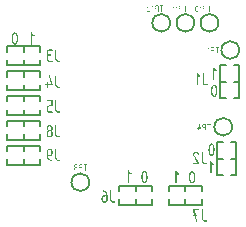
<source format=gbo>
G04 Layer_Color=32896*
%FSLAX44Y44*%
%MOMM*%
G71*
G01*
G75*
%ADD18C,0.2000*%
G36*
X150107Y204483D02*
X150172Y204455D01*
X150218Y204418D01*
X150227Y204409D01*
X150236Y204400D01*
X151263Y203374D01*
X151309Y203309D01*
X151327Y203253D01*
X151336Y203207D01*
Y203198D01*
Y203189D01*
X151327Y203096D01*
X151299Y203031D01*
X151253Y202985D01*
X151207Y202957D01*
X151161Y202939D01*
X151115Y202920D01*
X151078D01*
X151004Y202930D01*
X150939Y202957D01*
X150902Y202985D01*
X150893Y202994D01*
X150282Y203605D01*
Y199509D01*
X150273Y199426D01*
X150246Y199361D01*
X150199Y199315D01*
X150153Y199287D01*
X150107Y199268D01*
X150061Y199250D01*
X150024D01*
X149931Y199259D01*
X149867Y199287D01*
X149820Y199333D01*
X149792Y199379D01*
X149765Y199426D01*
X149755Y199472D01*
Y199500D01*
Y199509D01*
Y204233D01*
X149765Y204326D01*
X149792Y204391D01*
X149839Y204437D01*
X149885Y204464D01*
X149940Y204492D01*
X149977Y204501D01*
X150061D01*
X150107Y204483D01*
D02*
G37*
G36*
X167787Y204492D02*
X167907Y204455D01*
X168027Y204409D01*
X168138Y204344D01*
X168230Y204270D01*
X168323Y204187D01*
X168471Y204002D01*
X168591Y203817D01*
X168637Y203734D01*
X168674Y203660D01*
X168702Y203595D01*
X168720Y203549D01*
X168739Y203512D01*
Y203503D01*
X168813Y203235D01*
X168868Y202957D01*
X168905Y202680D01*
X168933Y202430D01*
X168942Y202310D01*
X168951Y202209D01*
Y202116D01*
X168961Y202033D01*
Y201968D01*
Y201922D01*
Y201885D01*
Y201876D01*
X168951Y201534D01*
X168924Y201229D01*
X168905Y201081D01*
X168887Y200951D01*
X168868Y200822D01*
X168850Y200711D01*
X168831Y200609D01*
X168813Y200517D01*
X168794Y200433D01*
X168776Y200369D01*
X168757Y200322D01*
X168748Y200276D01*
X168739Y200258D01*
Y200249D01*
X168674Y200073D01*
X168591Y199916D01*
X168508Y199786D01*
X168424Y199675D01*
X168332Y199574D01*
X168240Y199490D01*
X168156Y199426D01*
X168064Y199379D01*
X167981Y199333D01*
X167907Y199305D01*
X167833Y199278D01*
X167768Y199268D01*
X167722Y199259D01*
X167685Y199250D01*
X167648D01*
X167509Y199259D01*
X167389Y199296D01*
X167269Y199342D01*
X167167Y199407D01*
X167065Y199481D01*
X166982Y199564D01*
X166825Y199749D01*
X166714Y199934D01*
X166668Y200017D01*
X166631Y200091D01*
X166603Y200156D01*
X166585Y200202D01*
X166566Y200239D01*
Y200249D01*
X166492Y200517D01*
X166437Y200794D01*
X166390Y201062D01*
X166363Y201321D01*
X166353Y201432D01*
X166344Y201543D01*
Y201635D01*
X166335Y201719D01*
Y201783D01*
Y201839D01*
Y201866D01*
Y201876D01*
X166344Y202218D01*
X166372Y202523D01*
X166390Y202662D01*
X166409Y202800D01*
X166427Y202920D01*
X166446Y203031D01*
X166474Y203133D01*
X166492Y203226D01*
X166511Y203309D01*
X166529Y203374D01*
X166548Y203429D01*
X166557Y203466D01*
X166566Y203484D01*
Y203494D01*
X166631Y203669D01*
X166714Y203827D01*
X166797Y203965D01*
X166880Y204076D01*
X166973Y204178D01*
X167056Y204252D01*
X167149Y204326D01*
X167232Y204372D01*
X167315Y204418D01*
X167398Y204446D01*
X167463Y204474D01*
X167528Y204483D01*
X167574Y204492D01*
X167611Y204501D01*
X167648D01*
X167787Y204492D01*
D02*
G37*
G36*
X175618D02*
X175682Y204464D01*
X175728Y204418D01*
X175756Y204372D01*
X175775Y204317D01*
X175793Y204280D01*
Y204243D01*
Y204233D01*
Y199509D01*
X175784Y199426D01*
X175756Y199361D01*
X175710Y199315D01*
X175664Y199287D01*
X175618Y199268D01*
X175571Y199250D01*
X175534D01*
X175442Y199259D01*
X175377Y199287D01*
X175331Y199333D01*
X175303Y199379D01*
X175275Y199426D01*
X175266Y199472D01*
Y199500D01*
Y199509D01*
Y201349D01*
X174221D01*
X174092Y201358D01*
X173972Y201367D01*
X173750Y201413D01*
X173556Y201487D01*
X173389Y201571D01*
X173260Y201645D01*
X173158Y201719D01*
X173130Y201746D01*
X173103Y201765D01*
X173093Y201783D01*
X173084D01*
X173010Y201866D01*
X172936Y201959D01*
X172825Y202144D01*
X172751Y202338D01*
X172696Y202514D01*
X172659Y202680D01*
X172650Y202745D01*
Y202800D01*
X172640Y202856D01*
Y202893D01*
Y202911D01*
Y202920D01*
X172650Y203041D01*
X172659Y203161D01*
X172715Y203374D01*
X172788Y203568D01*
X172872Y203725D01*
X172955Y203854D01*
X172992Y203910D01*
X173029Y203956D01*
X173057Y203993D01*
X173084Y204021D01*
X173093Y204030D01*
X173103Y204039D01*
X173195Y204122D01*
X173288Y204196D01*
X173380Y204252D01*
X173473Y204307D01*
X173657Y204391D01*
X173833Y204446D01*
X173990Y204474D01*
X174055Y204492D01*
X174111D01*
X174157Y204501D01*
X175534D01*
X175618Y204492D01*
D02*
G37*
G36*
X155368D02*
X155432Y204464D01*
X155478Y204418D01*
X155506Y204372D01*
X155525Y204317D01*
X155543Y204280D01*
Y204243D01*
Y204233D01*
Y199509D01*
X155534Y199426D01*
X155506Y199361D01*
X155460Y199315D01*
X155414Y199287D01*
X155368Y199268D01*
X155321Y199250D01*
X155284D01*
X155192Y199259D01*
X155127Y199287D01*
X155081Y199333D01*
X155053Y199379D01*
X155026Y199426D01*
X155016Y199472D01*
Y199500D01*
Y199509D01*
Y201349D01*
X153972D01*
X153842Y201358D01*
X153722Y201367D01*
X153500Y201413D01*
X153306Y201487D01*
X153139Y201571D01*
X153010Y201645D01*
X152908Y201719D01*
X152880Y201746D01*
X152853Y201765D01*
X152844Y201783D01*
X152834D01*
X152760Y201866D01*
X152686Y201959D01*
X152575Y202144D01*
X152501Y202338D01*
X152446Y202514D01*
X152409Y202680D01*
X152400Y202745D01*
Y202800D01*
X152390Y202856D01*
Y202893D01*
Y202911D01*
Y202920D01*
X152400Y203041D01*
X152409Y203161D01*
X152465Y203374D01*
X152538Y203568D01*
X152622Y203725D01*
X152705Y203854D01*
X152742Y203910D01*
X152779Y203956D01*
X152807Y203993D01*
X152834Y204021D01*
X152844Y204030D01*
X152853Y204039D01*
X152945Y204122D01*
X153038Y204196D01*
X153130Y204252D01*
X153223Y204307D01*
X153407Y204391D01*
X153583Y204446D01*
X153740Y204474D01*
X153805Y204492D01*
X153861D01*
X153907Y204501D01*
X155284D01*
X155368Y204492D01*
D02*
G37*
G36*
X159574D02*
X159639Y204464D01*
X159685Y204418D01*
X159713Y204372D01*
X159732Y204317D01*
X159750Y204280D01*
Y204243D01*
Y204233D01*
X159741Y204150D01*
X159713Y204085D01*
X159667Y204039D01*
X159621Y204011D01*
X159574Y203993D01*
X159528Y203974D01*
X158437D01*
Y199509D01*
X158428Y199426D01*
X158400Y199361D01*
X158354Y199315D01*
X158308Y199287D01*
X158261Y199268D01*
X158215Y199250D01*
X158178D01*
X158086Y199259D01*
X158021Y199287D01*
X157975Y199333D01*
X157947Y199379D01*
X157919Y199426D01*
X157910Y199472D01*
Y199500D01*
Y199509D01*
Y203974D01*
X156865D01*
X156773Y203984D01*
X156708Y204011D01*
X156662Y204058D01*
X156634Y204104D01*
X156607Y204150D01*
X156597Y204196D01*
Y204224D01*
Y204233D01*
X156607Y204326D01*
X156634Y204391D01*
X156680Y204437D01*
X156727Y204464D01*
X156782Y204492D01*
X156819Y204501D01*
X159491D01*
X159574Y204492D01*
D02*
G37*
G36*
X147481Y204483D02*
X147546Y204455D01*
X147592Y204418D01*
X147601Y204409D01*
X147611Y204400D01*
X148637Y203374D01*
X148683Y203309D01*
X148701Y203253D01*
X148711Y203207D01*
Y203198D01*
Y203189D01*
X148701Y203096D01*
X148674Y203031D01*
X148628Y202985D01*
X148581Y202957D01*
X148535Y202939D01*
X148489Y202920D01*
X148452D01*
X148378Y202930D01*
X148313Y202957D01*
X148276Y202985D01*
X148267Y202994D01*
X147657Y203605D01*
Y199509D01*
X147647Y199426D01*
X147620Y199361D01*
X147573Y199315D01*
X147527Y199287D01*
X147481Y199268D01*
X147435Y199250D01*
X147398D01*
X147305Y199259D01*
X147241Y199287D01*
X147194Y199333D01*
X147167Y199379D01*
X147139Y199426D01*
X147130Y199472D01*
Y199500D01*
Y199509D01*
Y204233D01*
X147139Y204326D01*
X147167Y204391D01*
X147213Y204437D01*
X147259Y204464D01*
X147315Y204492D01*
X147352Y204501D01*
X147435D01*
X147481Y204483D01*
D02*
G37*
G36*
X179824Y204492D02*
X179889Y204464D01*
X179935Y204418D01*
X179963Y204372D01*
X179981Y204317D01*
X180000Y204280D01*
Y204243D01*
Y204233D01*
X179991Y204150D01*
X179963Y204085D01*
X179917Y204039D01*
X179871Y204011D01*
X179824Y203993D01*
X179778Y203974D01*
X178687D01*
Y199509D01*
X178678Y199426D01*
X178650Y199361D01*
X178604Y199315D01*
X178558Y199287D01*
X178512Y199268D01*
X178465Y199250D01*
X178428D01*
X178336Y199259D01*
X178271Y199287D01*
X178225Y199333D01*
X178197Y199379D01*
X178169Y199426D01*
X178160Y199472D01*
Y199500D01*
Y199509D01*
Y203974D01*
X177115D01*
X177023Y203984D01*
X176958Y204011D01*
X176912Y204058D01*
X176884Y204104D01*
X176856Y204150D01*
X176847Y204196D01*
Y204224D01*
Y204233D01*
X176856Y204326D01*
X176884Y204391D01*
X176931Y204437D01*
X176977Y204464D01*
X177032Y204492D01*
X177069Y204501D01*
X179741D01*
X179824Y204492D01*
D02*
G37*
G36*
X74824Y70242D02*
X74889Y70215D01*
X74935Y70168D01*
X74963Y70122D01*
X74981Y70067D01*
X75000Y70030D01*
Y69993D01*
Y69983D01*
X74991Y69900D01*
X74963Y69835D01*
X74917Y69789D01*
X74871Y69762D01*
X74824Y69743D01*
X74778Y69724D01*
X73687D01*
Y65259D01*
X73678Y65176D01*
X73650Y65111D01*
X73604Y65065D01*
X73558Y65037D01*
X73512Y65019D01*
X73465Y65000D01*
X73428D01*
X73336Y65009D01*
X73271Y65037D01*
X73225Y65083D01*
X73197Y65129D01*
X73169Y65176D01*
X73160Y65222D01*
Y65250D01*
Y65259D01*
Y69724D01*
X72115D01*
X72023Y69734D01*
X71958Y69762D01*
X71912Y69808D01*
X71884Y69854D01*
X71856Y69900D01*
X71847Y69946D01*
Y69974D01*
Y69983D01*
X71856Y70076D01*
X71884Y70141D01*
X71930Y70187D01*
X71977Y70215D01*
X72032Y70242D01*
X72069Y70251D01*
X74741D01*
X74824Y70242D01*
D02*
G37*
G36*
X175118Y104242D02*
X175182Y104214D01*
X175229Y104168D01*
X175256Y104122D01*
X175275Y104067D01*
X175293Y104030D01*
Y103993D01*
Y103983D01*
Y99259D01*
X175284Y99176D01*
X175256Y99111D01*
X175210Y99065D01*
X175164Y99037D01*
X175118Y99018D01*
X175071Y99000D01*
X175034D01*
X174942Y99009D01*
X174877Y99037D01*
X174831Y99083D01*
X174803Y99129D01*
X174776Y99176D01*
X174766Y99222D01*
Y99250D01*
Y99259D01*
Y101099D01*
X173722D01*
X173592Y101108D01*
X173472Y101117D01*
X173250Y101164D01*
X173056Y101237D01*
X172889Y101321D01*
X172760Y101395D01*
X172658Y101469D01*
X172631Y101496D01*
X172603Y101515D01*
X172593Y101533D01*
X172584D01*
X172510Y101616D01*
X172436Y101709D01*
X172325Y101894D01*
X172251Y102088D01*
X172196Y102264D01*
X172159Y102430D01*
X172150Y102495D01*
Y102550D01*
X172141Y102606D01*
Y102643D01*
Y102661D01*
Y102670D01*
X172150Y102791D01*
X172159Y102911D01*
X172215Y103124D01*
X172288Y103318D01*
X172372Y103475D01*
X172455Y103604D01*
X172492Y103660D01*
X172529Y103706D01*
X172557Y103743D01*
X172584Y103771D01*
X172593Y103780D01*
X172603Y103789D01*
X172695Y103872D01*
X172788Y103946D01*
X172880Y104002D01*
X172973Y104057D01*
X173158Y104141D01*
X173333Y104196D01*
X173490Y104224D01*
X173555Y104242D01*
X173610D01*
X173657Y104251D01*
X175034D01*
X175118Y104242D01*
D02*
G37*
G36*
X179324D02*
X179389Y104214D01*
X179435Y104168D01*
X179463Y104122D01*
X179482Y104067D01*
X179500Y104030D01*
Y103993D01*
Y103983D01*
X179491Y103900D01*
X179463Y103835D01*
X179417Y103789D01*
X179371Y103762D01*
X179324Y103743D01*
X179278Y103724D01*
X178187D01*
Y99259D01*
X178178Y99176D01*
X178150Y99111D01*
X178104Y99065D01*
X178058Y99037D01*
X178011Y99018D01*
X177965Y99000D01*
X177928D01*
X177836Y99009D01*
X177771Y99037D01*
X177725Y99083D01*
X177697Y99129D01*
X177669Y99176D01*
X177660Y99222D01*
Y99250D01*
Y99259D01*
Y103724D01*
X176615D01*
X176523Y103734D01*
X176458Y103762D01*
X176412Y103808D01*
X176384Y103854D01*
X176357Y103900D01*
X176347Y103946D01*
Y103974D01*
Y103983D01*
X176357Y104076D01*
X176384Y104141D01*
X176430Y104187D01*
X176477Y104214D01*
X176532Y104242D01*
X176569Y104251D01*
X179241D01*
X179324Y104242D01*
D02*
G37*
G36*
X170357Y204483D02*
X170422Y204455D01*
X170468Y204418D01*
X170477Y204409D01*
X170486Y204400D01*
X171513Y203374D01*
X171559Y203309D01*
X171577Y203253D01*
X171586Y203207D01*
Y203198D01*
Y203189D01*
X171577Y203096D01*
X171549Y203031D01*
X171503Y202985D01*
X171457Y202957D01*
X171411Y202939D01*
X171365Y202920D01*
X171328D01*
X171254Y202930D01*
X171189Y202957D01*
X171152Y202985D01*
X171143Y202994D01*
X170532Y203605D01*
Y199509D01*
X170523Y199426D01*
X170495Y199361D01*
X170449Y199315D01*
X170403Y199287D01*
X170357Y199268D01*
X170311Y199250D01*
X170274D01*
X170181Y199259D01*
X170116Y199287D01*
X170070Y199333D01*
X170042Y199379D01*
X170015Y199426D01*
X170005Y199472D01*
Y199500D01*
Y199509D01*
Y204233D01*
X170015Y204326D01*
X170042Y204391D01*
X170089Y204437D01*
X170135Y204464D01*
X170190Y204492D01*
X170227Y204501D01*
X170311D01*
X170357Y204483D01*
D02*
G37*
G36*
X65468Y70233D02*
X65653Y70187D01*
X65810Y70131D01*
X65949Y70057D01*
X66059Y69983D01*
X66133Y69928D01*
X66189Y69882D01*
X66207Y69863D01*
X66337Y69715D01*
X66429Y69558D01*
X66494Y69401D01*
X66540Y69253D01*
X66568Y69133D01*
X66577Y69031D01*
X66586Y68994D01*
Y68966D01*
Y68948D01*
Y68939D01*
X66577Y68818D01*
X66568Y68707D01*
X66503Y68495D01*
X66420Y68319D01*
X66328Y68162D01*
X66235Y68042D01*
X66152Y67959D01*
X66087Y67903D01*
X66078Y67894D01*
X66069Y67885D01*
X66161Y67811D01*
X66235Y67727D01*
X66309Y67644D01*
X66365Y67552D01*
X66457Y67376D01*
X66522Y67210D01*
X66559Y67062D01*
X66568Y66997D01*
X66577Y66942D01*
X66586Y66895D01*
Y66858D01*
Y66840D01*
Y66831D01*
Y66313D01*
X66568Y66119D01*
X66531Y65934D01*
X66466Y65777D01*
X66392Y65638D01*
X66328Y65527D01*
X66263Y65453D01*
X66226Y65398D01*
X66207Y65379D01*
X66059Y65250D01*
X65893Y65157D01*
X65745Y65093D01*
X65597Y65046D01*
X65468Y65019D01*
X65366Y65009D01*
X65329Y65000D01*
X65274D01*
X65079Y65019D01*
X64904Y65055D01*
X64747Y65120D01*
X64608Y65194D01*
X64497Y65259D01*
X64414Y65324D01*
X64368Y65361D01*
X64349Y65379D01*
X64220Y65527D01*
X64127Y65693D01*
X64053Y65841D01*
X64007Y65989D01*
X63979Y66119D01*
X63970Y66220D01*
X63961Y66257D01*
Y66285D01*
Y66304D01*
Y66313D01*
Y66433D01*
Y66535D01*
X63970Y66637D01*
Y66729D01*
X63979Y66877D01*
X63988Y66997D01*
X63998Y67080D01*
X64007Y67136D01*
X64016Y67173D01*
Y67182D01*
X64062Y67330D01*
X64127Y67469D01*
X64201Y67589D01*
X64284Y67691D01*
X64358Y67774D01*
X64423Y67829D01*
X64469Y67875D01*
X64488Y67885D01*
X64395Y67959D01*
X64312Y68042D01*
X64247Y68134D01*
X64183Y68218D01*
X64127Y68310D01*
X64090Y68393D01*
X64026Y68560D01*
X63988Y68707D01*
X63979Y68772D01*
X63970Y68828D01*
X63961Y68874D01*
Y68911D01*
Y68929D01*
Y68939D01*
X63979Y69133D01*
X64026Y69308D01*
X64081Y69466D01*
X64155Y69604D01*
X64229Y69715D01*
X64284Y69798D01*
X64331Y69845D01*
X64349Y69863D01*
X64497Y69993D01*
X64654Y70085D01*
X64811Y70159D01*
X64959Y70205D01*
X65079Y70233D01*
X65181Y70242D01*
X65218Y70251D01*
X65274D01*
X65468Y70233D01*
D02*
G37*
G36*
X70618Y70242D02*
X70682Y70215D01*
X70729Y70168D01*
X70756Y70122D01*
X70775Y70067D01*
X70793Y70030D01*
Y69993D01*
Y69983D01*
Y65259D01*
X70784Y65176D01*
X70756Y65111D01*
X70710Y65065D01*
X70664Y65037D01*
X70618Y65019D01*
X70571Y65000D01*
X70534D01*
X70442Y65009D01*
X70377Y65037D01*
X70331Y65083D01*
X70303Y65129D01*
X70276Y65176D01*
X70266Y65222D01*
Y65250D01*
Y65259D01*
Y67099D01*
X69222D01*
X69092Y67108D01*
X68972Y67117D01*
X68750Y67164D01*
X68556Y67237D01*
X68389Y67321D01*
X68260Y67395D01*
X68158Y67469D01*
X68130Y67496D01*
X68103Y67515D01*
X68094Y67533D01*
X68084D01*
X68010Y67617D01*
X67936Y67709D01*
X67825Y67894D01*
X67751Y68088D01*
X67696Y68264D01*
X67659Y68430D01*
X67650Y68495D01*
Y68550D01*
X67641Y68606D01*
Y68643D01*
Y68661D01*
Y68671D01*
X67650Y68791D01*
X67659Y68911D01*
X67715Y69124D01*
X67788Y69318D01*
X67872Y69475D01*
X67955Y69604D01*
X67992Y69660D01*
X68029Y69706D01*
X68057Y69743D01*
X68084Y69771D01*
X68094Y69780D01*
X68103Y69789D01*
X68195Y69872D01*
X68288Y69946D01*
X68380Y70002D01*
X68473Y70057D01*
X68657Y70141D01*
X68833Y70196D01*
X68990Y70224D01*
X69055Y70242D01*
X69111D01*
X69157Y70251D01*
X70534D01*
X70618Y70242D01*
D02*
G37*
G36*
X127296Y204742D02*
X127435Y204715D01*
X127564Y204668D01*
X127693Y204604D01*
X127804Y204530D01*
X127906Y204456D01*
X128008Y204372D01*
X128100Y204280D01*
X128174Y204197D01*
X128248Y204104D01*
X128304Y204030D01*
X128350Y203956D01*
X128396Y203892D01*
X128424Y203845D01*
X128433Y203818D01*
X128442Y203808D01*
X128461Y203734D01*
Y203707D01*
Y203697D01*
X128451Y203614D01*
X128424Y203550D01*
X128378Y203503D01*
X128331Y203476D01*
X128285Y203457D01*
X128239Y203439D01*
X128202D01*
X128146Y203448D01*
X128100Y203457D01*
X128035Y203503D01*
X127989Y203550D01*
X127980Y203559D01*
Y203568D01*
X127906Y203688D01*
X127832Y203781D01*
X127767Y203873D01*
X127693Y203947D01*
X127619Y204012D01*
X127555Y204067D01*
X127490Y204104D01*
X127425Y204141D01*
X127314Y204188D01*
X127231Y204215D01*
X127176Y204224D01*
X127157D01*
X127037Y204215D01*
X126926Y204188D01*
X126833Y204151D01*
X126750Y204114D01*
X126686Y204067D01*
X126630Y204030D01*
X126602Y204003D01*
X126593Y203993D01*
X126519Y203901D01*
X126464Y203808D01*
X126418Y203716D01*
X126390Y203633D01*
X126371Y203550D01*
X126362Y203494D01*
Y203457D01*
Y203439D01*
X126371Y203355D01*
X126381Y203281D01*
X126399Y203207D01*
X126427Y203143D01*
X126454Y203087D01*
X126473Y203041D01*
X126482Y203013D01*
X126491Y203004D01*
X128424Y199907D01*
X128442Y199861D01*
X128451Y199805D01*
X128461Y199777D01*
Y199759D01*
X128451Y199676D01*
X128424Y199611D01*
X128378Y199565D01*
X128331Y199537D01*
X128285Y199519D01*
X128239Y199500D01*
X126103D01*
X126011Y199509D01*
X125946Y199537D01*
X125900Y199583D01*
X125872Y199629D01*
X125844Y199676D01*
X125835Y199722D01*
Y199750D01*
Y199759D01*
X125844Y199851D01*
X125872Y199916D01*
X125918Y199962D01*
X125964Y199990D01*
X126020Y200018D01*
X126057Y200027D01*
X127730D01*
X126075Y202680D01*
X125992Y202819D01*
X125937Y202958D01*
X125891Y203087D01*
X125863Y203198D01*
X125844Y203300D01*
X125835Y203374D01*
Y203420D01*
Y203439D01*
X125854Y203633D01*
X125900Y203808D01*
X125955Y203966D01*
X126029Y204104D01*
X126103Y204215D01*
X126159Y204298D01*
X126205Y204345D01*
X126223Y204363D01*
X126371Y204493D01*
X126528Y204585D01*
X126686Y204659D01*
X126833Y204705D01*
X126954Y204733D01*
X127055Y204742D01*
X127092Y204751D01*
X127148D01*
X127296Y204742D01*
D02*
G37*
G36*
X180398Y87999D02*
X180639Y87925D01*
X180880Y87832D01*
X181102Y87703D01*
X181287Y87555D01*
X181472Y87388D01*
X181769Y87017D01*
X182009Y86647D01*
X182102Y86481D01*
X182176Y86332D01*
X182232Y86203D01*
X182269Y86110D01*
X182306Y86036D01*
Y86018D01*
X182454Y85481D01*
X182565Y84925D01*
X182639Y84370D01*
X182694Y83870D01*
X182713Y83629D01*
X182731Y83425D01*
Y83240D01*
X182750Y83074D01*
Y82944D01*
Y82851D01*
Y82777D01*
Y82759D01*
X182731Y82074D01*
X182676Y81462D01*
X182639Y81166D01*
X182602Y80907D01*
X182565Y80648D01*
X182528Y80426D01*
X182491Y80222D01*
X182454Y80037D01*
X182417Y79870D01*
X182380Y79741D01*
X182343Y79648D01*
X182324Y79555D01*
X182306Y79518D01*
Y79500D01*
X182176Y79148D01*
X182009Y78833D01*
X181843Y78574D01*
X181676Y78352D01*
X181491Y78148D01*
X181306Y77981D01*
X181139Y77852D01*
X180954Y77759D01*
X180787Y77667D01*
X180639Y77611D01*
X180491Y77555D01*
X180361Y77537D01*
X180269Y77519D01*
X180195Y77500D01*
X180121D01*
X179843Y77519D01*
X179602Y77593D01*
X179361Y77685D01*
X179158Y77815D01*
X178954Y77963D01*
X178787Y78130D01*
X178473Y78500D01*
X178251Y78870D01*
X178158Y79037D01*
X178084Y79185D01*
X178028Y79315D01*
X177991Y79407D01*
X177954Y79481D01*
Y79500D01*
X177806Y80037D01*
X177695Y80592D01*
X177602Y81129D01*
X177547Y81648D01*
X177528Y81870D01*
X177510Y82092D01*
Y82277D01*
X177491Y82444D01*
Y82573D01*
Y82685D01*
Y82740D01*
Y82759D01*
X177510Y83444D01*
X177565Y84055D01*
X177602Y84333D01*
X177639Y84610D01*
X177677Y84851D01*
X177714Y85073D01*
X177769Y85277D01*
X177806Y85462D01*
X177843Y85629D01*
X177880Y85758D01*
X177917Y85870D01*
X177936Y85944D01*
X177954Y85981D01*
Y85999D01*
X178084Y86351D01*
X178251Y86666D01*
X178417Y86944D01*
X178584Y87166D01*
X178769Y87369D01*
X178936Y87517D01*
X179121Y87666D01*
X179287Y87758D01*
X179454Y87851D01*
X179621Y87906D01*
X179750Y87962D01*
X179880Y87980D01*
X179972Y87999D01*
X180047Y88017D01*
X180121D01*
X180398Y87999D01*
D02*
G37*
G36*
X150287Y64730D02*
X150417Y64675D01*
X150510Y64601D01*
X150528Y64582D01*
X150547Y64564D01*
X152602Y62508D01*
X152695Y62379D01*
X152732Y62268D01*
X152750Y62175D01*
Y62157D01*
Y62138D01*
X152732Y61953D01*
X152676Y61823D01*
X152583Y61731D01*
X152491Y61675D01*
X152398Y61638D01*
X152306Y61601D01*
X152232D01*
X152083Y61620D01*
X151954Y61675D01*
X151880Y61731D01*
X151861Y61749D01*
X150639Y62971D01*
Y54769D01*
X150621Y54602D01*
X150565Y54472D01*
X150472Y54380D01*
X150380Y54324D01*
X150287Y54287D01*
X150195Y54250D01*
X150121D01*
X149936Y54268D01*
X149806Y54324D01*
X149713Y54417D01*
X149658Y54509D01*
X149602Y54602D01*
X149584Y54694D01*
Y54750D01*
Y54769D01*
Y64230D01*
X149602Y64416D01*
X149658Y64545D01*
X149750Y64638D01*
X149843Y64693D01*
X149954Y64749D01*
X150028Y64767D01*
X150195D01*
X150287Y64730D01*
D02*
G37*
G36*
X163898Y64499D02*
X164139Y64425D01*
X164380Y64332D01*
X164602Y64203D01*
X164787Y64054D01*
X164972Y63888D01*
X165269Y63518D01*
X165509Y63147D01*
X165602Y62981D01*
X165676Y62832D01*
X165732Y62703D01*
X165769Y62610D01*
X165806Y62536D01*
Y62518D01*
X165954Y61981D01*
X166065Y61425D01*
X166139Y60870D01*
X166194Y60370D01*
X166213Y60129D01*
X166231Y59925D01*
Y59740D01*
X166250Y59573D01*
Y59444D01*
Y59351D01*
Y59277D01*
Y59259D01*
X166231Y58574D01*
X166176Y57963D01*
X166139Y57666D01*
X166102Y57407D01*
X166065Y57148D01*
X166028Y56926D01*
X165991Y56722D01*
X165954Y56537D01*
X165917Y56370D01*
X165880Y56241D01*
X165843Y56148D01*
X165824Y56055D01*
X165806Y56018D01*
Y56000D01*
X165676Y55648D01*
X165509Y55333D01*
X165343Y55074D01*
X165176Y54852D01*
X164991Y54648D01*
X164806Y54482D01*
X164639Y54352D01*
X164454Y54259D01*
X164287Y54167D01*
X164139Y54111D01*
X163991Y54056D01*
X163861Y54037D01*
X163769Y54019D01*
X163695Y54000D01*
X163621D01*
X163343Y54019D01*
X163102Y54093D01*
X162861Y54185D01*
X162658Y54315D01*
X162454Y54463D01*
X162288Y54630D01*
X161973Y55000D01*
X161751Y55370D01*
X161658Y55537D01*
X161584Y55685D01*
X161528Y55815D01*
X161491Y55907D01*
X161454Y55981D01*
Y56000D01*
X161306Y56537D01*
X161195Y57092D01*
X161102Y57629D01*
X161047Y58148D01*
X161028Y58370D01*
X161010Y58592D01*
Y58777D01*
X160991Y58944D01*
Y59074D01*
Y59185D01*
Y59240D01*
Y59259D01*
X161010Y59944D01*
X161065Y60555D01*
X161102Y60833D01*
X161139Y61110D01*
X161176Y61351D01*
X161213Y61573D01*
X161269Y61777D01*
X161306Y61962D01*
X161343Y62129D01*
X161380Y62258D01*
X161417Y62369D01*
X161436Y62444D01*
X161454Y62481D01*
Y62499D01*
X161584Y62851D01*
X161751Y63166D01*
X161917Y63443D01*
X162084Y63666D01*
X162269Y63869D01*
X162436Y64018D01*
X162621Y64166D01*
X162787Y64258D01*
X162954Y64351D01*
X163121Y64406D01*
X163250Y64462D01*
X163380Y64480D01*
X163472Y64499D01*
X163547Y64517D01*
X163621D01*
X163898Y64499D01*
D02*
G37*
G36*
X182287Y152230D02*
X182417Y152175D01*
X182509Y152101D01*
X182528Y152082D01*
X182547Y152064D01*
X184602Y150008D01*
X184694Y149879D01*
X184732Y149768D01*
X184750Y149675D01*
Y149657D01*
Y149638D01*
X184732Y149453D01*
X184676Y149323D01*
X184583Y149231D01*
X184491Y149175D01*
X184398Y149138D01*
X184306Y149101D01*
X184231D01*
X184083Y149120D01*
X183954Y149175D01*
X183880Y149231D01*
X183861Y149249D01*
X182639Y150471D01*
Y142268D01*
X182621Y142102D01*
X182565Y141972D01*
X182472Y141880D01*
X182380Y141824D01*
X182287Y141787D01*
X182195Y141750D01*
X182121D01*
X181936Y141769D01*
X181806Y141824D01*
X181713Y141917D01*
X181658Y142009D01*
X181602Y142102D01*
X181584Y142194D01*
Y142250D01*
Y142268D01*
Y151730D01*
X181602Y151916D01*
X181658Y152045D01*
X181750Y152138D01*
X181843Y152193D01*
X181954Y152249D01*
X182028Y152267D01*
X182195D01*
X182287Y152230D01*
D02*
G37*
G36*
X182648Y137749D02*
X182889Y137675D01*
X183130Y137582D01*
X183352Y137453D01*
X183537Y137304D01*
X183722Y137138D01*
X184019Y136768D01*
X184259Y136397D01*
X184352Y136230D01*
X184426Y136082D01*
X184482Y135953D01*
X184519Y135860D01*
X184556Y135786D01*
Y135768D01*
X184704Y135231D01*
X184815Y134675D01*
X184889Y134120D01*
X184944Y133620D01*
X184963Y133379D01*
X184981Y133175D01*
Y132990D01*
X185000Y132823D01*
Y132694D01*
Y132601D01*
Y132527D01*
Y132509D01*
X184981Y131824D01*
X184926Y131213D01*
X184889Y130916D01*
X184852Y130657D01*
X184815Y130398D01*
X184778Y130176D01*
X184741Y129972D01*
X184704Y129787D01*
X184667Y129620D01*
X184630Y129490D01*
X184593Y129398D01*
X184574Y129305D01*
X184556Y129268D01*
Y129250D01*
X184426Y128898D01*
X184259Y128583D01*
X184093Y128324D01*
X183926Y128102D01*
X183741Y127898D01*
X183556Y127731D01*
X183389Y127602D01*
X183204Y127509D01*
X183037Y127417D01*
X182889Y127361D01*
X182741Y127305D01*
X182611Y127287D01*
X182519Y127268D01*
X182445Y127250D01*
X182371D01*
X182093Y127268D01*
X181852Y127343D01*
X181611Y127435D01*
X181408Y127565D01*
X181204Y127713D01*
X181038Y127880D01*
X180723Y128250D01*
X180501Y128620D01*
X180408Y128787D01*
X180334Y128935D01*
X180278Y129065D01*
X180241Y129157D01*
X180204Y129231D01*
Y129250D01*
X180056Y129787D01*
X179945Y130342D01*
X179852Y130879D01*
X179797Y131398D01*
X179778Y131620D01*
X179760Y131842D01*
Y132027D01*
X179741Y132194D01*
Y132324D01*
Y132435D01*
Y132490D01*
Y132509D01*
X179760Y133194D01*
X179815Y133805D01*
X179852Y134083D01*
X179889Y134360D01*
X179926Y134601D01*
X179963Y134823D01*
X180019Y135027D01*
X180056Y135212D01*
X180093Y135379D01*
X180130Y135508D01*
X180167Y135619D01*
X180186Y135694D01*
X180204Y135731D01*
Y135749D01*
X180334Y136101D01*
X180501Y136416D01*
X180667Y136693D01*
X180834Y136916D01*
X181019Y137119D01*
X181186Y137268D01*
X181371Y137416D01*
X181537Y137508D01*
X181704Y137601D01*
X181871Y137656D01*
X182000Y137712D01*
X182130Y137730D01*
X182222Y137749D01*
X182297Y137767D01*
X182371D01*
X182648Y137749D01*
D02*
G37*
G36*
X179787Y72980D02*
X179917Y72925D01*
X180009Y72851D01*
X180028Y72832D01*
X180047Y72814D01*
X182102Y70758D01*
X182194Y70629D01*
X182232Y70518D01*
X182250Y70425D01*
Y70407D01*
Y70388D01*
X182232Y70203D01*
X182176Y70073D01*
X182083Y69981D01*
X181991Y69925D01*
X181898Y69888D01*
X181806Y69851D01*
X181731D01*
X181583Y69870D01*
X181454Y69925D01*
X181380Y69981D01*
X181361Y69999D01*
X180139Y71221D01*
Y63018D01*
X180121Y62852D01*
X180065Y62722D01*
X179972Y62630D01*
X179880Y62574D01*
X179787Y62537D01*
X179695Y62500D01*
X179621D01*
X179436Y62519D01*
X179306Y62574D01*
X179213Y62667D01*
X179158Y62759D01*
X179102Y62852D01*
X179084Y62944D01*
Y63000D01*
Y63018D01*
Y72480D01*
X179102Y72666D01*
X179158Y72795D01*
X179250Y72888D01*
X179343Y72943D01*
X179454Y72999D01*
X179528Y73017D01*
X179695D01*
X179787Y72980D01*
D02*
G37*
G36*
X123648Y64749D02*
X123889Y64675D01*
X124130Y64582D01*
X124352Y64453D01*
X124537Y64304D01*
X124722Y64138D01*
X125019Y63767D01*
X125259Y63397D01*
X125352Y63231D01*
X125426Y63082D01*
X125482Y62953D01*
X125519Y62860D01*
X125556Y62786D01*
Y62768D01*
X125704Y62231D01*
X125815Y61675D01*
X125889Y61120D01*
X125944Y60620D01*
X125963Y60379D01*
X125982Y60175D01*
Y59990D01*
X126000Y59823D01*
Y59694D01*
Y59601D01*
Y59527D01*
Y59509D01*
X125982Y58824D01*
X125926Y58213D01*
X125889Y57916D01*
X125852Y57657D01*
X125815Y57398D01*
X125778Y57176D01*
X125741Y56972D01*
X125704Y56787D01*
X125667Y56620D01*
X125630Y56491D01*
X125593Y56398D01*
X125574Y56305D01*
X125556Y56268D01*
Y56250D01*
X125426Y55898D01*
X125259Y55583D01*
X125093Y55324D01*
X124926Y55102D01*
X124741Y54898D01*
X124556Y54731D01*
X124389Y54602D01*
X124204Y54509D01*
X124037Y54417D01*
X123889Y54361D01*
X123741Y54306D01*
X123611Y54287D01*
X123519Y54268D01*
X123445Y54250D01*
X123371D01*
X123093Y54268D01*
X122852Y54343D01*
X122612Y54435D01*
X122408Y54565D01*
X122204Y54713D01*
X122037Y54880D01*
X121723Y55250D01*
X121501Y55620D01*
X121408Y55787D01*
X121334Y55935D01*
X121278Y56065D01*
X121241Y56157D01*
X121204Y56231D01*
Y56250D01*
X121056Y56787D01*
X120945Y57342D01*
X120852Y57879D01*
X120797Y58398D01*
X120778Y58620D01*
X120760Y58842D01*
Y59027D01*
X120741Y59194D01*
Y59324D01*
Y59435D01*
Y59490D01*
Y59509D01*
X120760Y60194D01*
X120815Y60805D01*
X120852Y61083D01*
X120889Y61360D01*
X120927Y61601D01*
X120963Y61823D01*
X121019Y62027D01*
X121056Y62212D01*
X121093Y62379D01*
X121130Y62508D01*
X121167Y62620D01*
X121186Y62694D01*
X121204Y62731D01*
Y62749D01*
X121334Y63101D01*
X121501Y63416D01*
X121667Y63693D01*
X121834Y63916D01*
X122019Y64119D01*
X122186Y64268D01*
X122371Y64416D01*
X122537Y64508D01*
X122704Y64601D01*
X122871Y64656D01*
X123000Y64712D01*
X123130Y64730D01*
X123223Y64749D01*
X123297Y64767D01*
X123371D01*
X123648Y64749D01*
D02*
G37*
G36*
X135118Y204742D02*
X135182Y204715D01*
X135229Y204668D01*
X135256Y204622D01*
X135275Y204567D01*
X135293Y204530D01*
Y204493D01*
Y204483D01*
Y199759D01*
X135284Y199676D01*
X135256Y199611D01*
X135210Y199565D01*
X135164Y199537D01*
X135118Y199519D01*
X135071Y199500D01*
X135034D01*
X134942Y199509D01*
X134877Y199537D01*
X134831Y199583D01*
X134803Y199629D01*
X134775Y199676D01*
X134766Y199722D01*
Y199750D01*
Y199759D01*
Y201599D01*
X133722D01*
X133592Y201608D01*
X133472Y201617D01*
X133250Y201663D01*
X133056Y201737D01*
X132889Y201821D01*
X132760Y201895D01*
X132658Y201969D01*
X132631Y201996D01*
X132603Y202015D01*
X132593Y202033D01*
X132584D01*
X132510Y202117D01*
X132436Y202209D01*
X132325Y202394D01*
X132251Y202588D01*
X132196Y202764D01*
X132159Y202930D01*
X132150Y202995D01*
Y203050D01*
X132141Y203106D01*
Y203143D01*
Y203161D01*
Y203171D01*
X132150Y203291D01*
X132159Y203411D01*
X132214Y203624D01*
X132288Y203818D01*
X132372Y203975D01*
X132455Y204104D01*
X132492Y204160D01*
X132529Y204206D01*
X132557Y204243D01*
X132584Y204271D01*
X132593Y204280D01*
X132603Y204289D01*
X132695Y204372D01*
X132788Y204446D01*
X132880Y204502D01*
X132973Y204557D01*
X133158Y204641D01*
X133333Y204696D01*
X133490Y204724D01*
X133555Y204742D01*
X133611D01*
X133657Y204751D01*
X135034D01*
X135118Y204742D01*
D02*
G37*
G36*
X139324D02*
X139389Y204715D01*
X139435Y204668D01*
X139463Y204622D01*
X139481Y204567D01*
X139500Y204530D01*
Y204493D01*
Y204483D01*
X139491Y204400D01*
X139463Y204335D01*
X139417Y204289D01*
X139371Y204261D01*
X139324Y204243D01*
X139278Y204224D01*
X138187D01*
Y199759D01*
X138178Y199676D01*
X138150Y199611D01*
X138104Y199565D01*
X138058Y199537D01*
X138012Y199519D01*
X137965Y199500D01*
X137928D01*
X137836Y199509D01*
X137771Y199537D01*
X137725Y199583D01*
X137697Y199629D01*
X137669Y199676D01*
X137660Y199722D01*
Y199750D01*
Y199759D01*
Y204224D01*
X136615D01*
X136523Y204234D01*
X136458Y204261D01*
X136412Y204308D01*
X136384Y204354D01*
X136356Y204400D01*
X136347Y204446D01*
Y204474D01*
Y204483D01*
X136356Y204576D01*
X136384Y204641D01*
X136431Y204687D01*
X136477Y204715D01*
X136532Y204742D01*
X136569Y204751D01*
X139241D01*
X139324Y204742D01*
D02*
G37*
G36*
X129857Y204733D02*
X129922Y204705D01*
X129968Y204668D01*
X129977Y204659D01*
X129986Y204650D01*
X131012Y203624D01*
X131059Y203559D01*
X131077Y203503D01*
X131087Y203457D01*
Y203448D01*
Y203439D01*
X131077Y203346D01*
X131049Y203281D01*
X131003Y203235D01*
X130957Y203207D01*
X130911Y203189D01*
X130865Y203171D01*
X130828D01*
X130754Y203180D01*
X130689Y203207D01*
X130652Y203235D01*
X130643Y203244D01*
X130033Y203855D01*
Y199759D01*
X130023Y199676D01*
X129995Y199611D01*
X129949Y199565D01*
X129903Y199537D01*
X129857Y199519D01*
X129811Y199500D01*
X129774D01*
X129681Y199509D01*
X129616Y199537D01*
X129570Y199583D01*
X129543Y199629D01*
X129515Y199676D01*
X129506Y199722D01*
Y199750D01*
Y199759D01*
Y204483D01*
X129515Y204576D01*
X129543Y204641D01*
X129589Y204687D01*
X129635Y204715D01*
X129690Y204742D01*
X129727Y204751D01*
X129811D01*
X129857Y204733D01*
D02*
G37*
G36*
X110037Y64980D02*
X110167Y64925D01*
X110260Y64851D01*
X110278Y64832D01*
X110296Y64814D01*
X112352Y62758D01*
X112444Y62629D01*
X112481Y62518D01*
X112500Y62425D01*
Y62407D01*
Y62388D01*
X112481Y62203D01*
X112426Y62073D01*
X112333Y61981D01*
X112241Y61925D01*
X112148Y61888D01*
X112056Y61851D01*
X111981D01*
X111833Y61870D01*
X111704Y61925D01*
X111630Y61981D01*
X111611Y61999D01*
X110389Y63221D01*
Y55019D01*
X110371Y54852D01*
X110315Y54722D01*
X110223Y54630D01*
X110130Y54574D01*
X110037Y54537D01*
X109945Y54500D01*
X109871D01*
X109685Y54518D01*
X109556Y54574D01*
X109463Y54667D01*
X109408Y54759D01*
X109352Y54852D01*
X109334Y54944D01*
Y55000D01*
Y55019D01*
Y64480D01*
X109352Y64666D01*
X109408Y64795D01*
X109500Y64888D01*
X109593Y64943D01*
X109704Y64999D01*
X109778Y65017D01*
X109945D01*
X110037Y64980D01*
D02*
G37*
G36*
X27787Y181980D02*
X27917Y181925D01*
X28010Y181851D01*
X28028Y181832D01*
X28047Y181814D01*
X30102Y179758D01*
X30194Y179629D01*
X30231Y179518D01*
X30250Y179425D01*
Y179407D01*
Y179388D01*
X30231Y179203D01*
X30176Y179073D01*
X30083Y178981D01*
X29991Y178925D01*
X29898Y178888D01*
X29806Y178851D01*
X29732D01*
X29583Y178870D01*
X29454Y178925D01*
X29380Y178981D01*
X29361Y178999D01*
X28139Y180221D01*
Y172019D01*
X28121Y171852D01*
X28065Y171722D01*
X27973Y171630D01*
X27880Y171574D01*
X27787Y171537D01*
X27695Y171500D01*
X27621D01*
X27436Y171518D01*
X27306Y171574D01*
X27213Y171667D01*
X27158Y171759D01*
X27102Y171852D01*
X27084Y171944D01*
Y172000D01*
Y172019D01*
Y181481D01*
X27102Y181666D01*
X27158Y181795D01*
X27250Y181888D01*
X27343Y181943D01*
X27454Y181999D01*
X27528Y182017D01*
X27695D01*
X27787Y181980D01*
D02*
G37*
G36*
X13898Y181999D02*
X14139Y181925D01*
X14380Y181832D01*
X14602Y181703D01*
X14787Y181555D01*
X14972Y181388D01*
X15269Y181017D01*
X15509Y180647D01*
X15602Y180481D01*
X15676Y180332D01*
X15732Y180203D01*
X15769Y180110D01*
X15806Y180036D01*
Y180018D01*
X15954Y179481D01*
X16065Y178925D01*
X16139Y178370D01*
X16194Y177870D01*
X16213Y177629D01*
X16231Y177425D01*
Y177240D01*
X16250Y177073D01*
Y176944D01*
Y176851D01*
Y176777D01*
Y176759D01*
X16231Y176074D01*
X16176Y175463D01*
X16139Y175166D01*
X16102Y174907D01*
X16065Y174648D01*
X16028Y174426D01*
X15991Y174222D01*
X15954Y174037D01*
X15917Y173870D01*
X15880Y173741D01*
X15843Y173648D01*
X15824Y173555D01*
X15806Y173518D01*
Y173500D01*
X15676Y173148D01*
X15509Y172833D01*
X15343Y172574D01*
X15176Y172352D01*
X14991Y172148D01*
X14806Y171981D01*
X14639Y171852D01*
X14454Y171759D01*
X14287Y171667D01*
X14139Y171611D01*
X13991Y171556D01*
X13861Y171537D01*
X13769Y171518D01*
X13695Y171500D01*
X13621D01*
X13343Y171518D01*
X13102Y171593D01*
X12861Y171685D01*
X12658Y171815D01*
X12454Y171963D01*
X12287Y172130D01*
X11973Y172500D01*
X11751Y172870D01*
X11658Y173037D01*
X11584Y173185D01*
X11528Y173315D01*
X11491Y173407D01*
X11454Y173481D01*
Y173500D01*
X11306Y174037D01*
X11195Y174592D01*
X11102Y175129D01*
X11047Y175648D01*
X11028Y175870D01*
X11010Y176092D01*
Y176277D01*
X10991Y176444D01*
Y176574D01*
Y176685D01*
Y176740D01*
Y176759D01*
X11010Y177444D01*
X11065Y178055D01*
X11102Y178333D01*
X11139Y178610D01*
X11177Y178851D01*
X11214Y179073D01*
X11269Y179277D01*
X11306Y179462D01*
X11343Y179629D01*
X11380Y179758D01*
X11417Y179869D01*
X11436Y179944D01*
X11454Y179981D01*
Y179999D01*
X11584Y180351D01*
X11751Y180666D01*
X11917Y180944D01*
X12084Y181166D01*
X12269Y181369D01*
X12436Y181518D01*
X12621Y181666D01*
X12787Y181758D01*
X12954Y181851D01*
X13121Y181906D01*
X13250Y181962D01*
X13380Y181980D01*
X13472Y181999D01*
X13547Y182017D01*
X13621D01*
X13898Y181999D01*
D02*
G37*
G36*
X169838Y104242D02*
X169903Y104224D01*
X169940Y104187D01*
X169977Y104159D01*
X170005Y104122D01*
X170023Y104085D01*
X170033Y104067D01*
Y104057D01*
X171087Y100387D01*
Y100341D01*
Y100322D01*
Y100313D01*
X171077Y100230D01*
X171049Y100165D01*
X171003Y100119D01*
X170957Y100091D01*
X170911Y100072D01*
X170865Y100054D01*
X169247D01*
Y99259D01*
X169237Y99176D01*
X169210Y99111D01*
X169163Y99065D01*
X169117Y99037D01*
X169071Y99018D01*
X169025Y99000D01*
X168988D01*
X168895Y99009D01*
X168831Y99037D01*
X168784Y99083D01*
X168757Y99129D01*
X168729Y99176D01*
X168720Y99222D01*
Y99250D01*
Y99259D01*
Y100054D01*
X168202D01*
X168109Y100063D01*
X168045Y100091D01*
X167999Y100137D01*
X167971Y100183D01*
X167943Y100230D01*
X167934Y100276D01*
Y100304D01*
Y100313D01*
X167943Y100405D01*
X167971Y100470D01*
X168017Y100516D01*
X168063Y100544D01*
X168119Y100572D01*
X168156Y100581D01*
X168720D01*
Y101367D01*
X168729Y101459D01*
X168757Y101524D01*
X168803Y101570D01*
X168849Y101598D01*
X168904Y101626D01*
X168941Y101635D01*
X168988D01*
X169071Y101626D01*
X169136Y101598D01*
X169182Y101552D01*
X169210Y101506D01*
X169228Y101450D01*
X169247Y101413D01*
Y101376D01*
Y101367D01*
Y100581D01*
X170476D01*
X169524Y103909D01*
X169515Y103965D01*
Y103974D01*
Y103983D01*
X169524Y104076D01*
X169552Y104141D01*
X169598Y104187D01*
X169644Y104214D01*
X169690Y104242D01*
X169737Y104251D01*
X169774D01*
X169838Y104242D01*
D02*
G37*
G36*
X45334Y124499D02*
X45464Y124443D01*
X45556Y124351D01*
X45612Y124258D01*
X45649Y124147D01*
X45686Y124073D01*
Y123999D01*
Y123980D01*
Y119777D01*
X45667Y119611D01*
X45612Y119481D01*
X45519Y119388D01*
X45427Y119333D01*
X45334Y119296D01*
X45241Y119259D01*
X43057D01*
X42816Y119240D01*
X42612Y119185D01*
X42427Y119111D01*
X42260Y119037D01*
X42131Y118944D01*
X42020Y118870D01*
X41964Y118814D01*
X41946Y118796D01*
X41797Y118611D01*
X41686Y118426D01*
X41594Y118240D01*
X41538Y118055D01*
X41501Y117907D01*
X41483Y117777D01*
Y117703D01*
Y117666D01*
Y116629D01*
X41501Y116389D01*
X41557Y116166D01*
X41631Y115981D01*
X41705Y115815D01*
X41797Y115685D01*
X41871Y115592D01*
X41927Y115518D01*
X41946Y115500D01*
X42131Y115352D01*
X42316Y115241D01*
X42501Y115167D01*
X42668Y115111D01*
X42834Y115074D01*
X42945Y115055D01*
X45167D01*
X45334Y115037D01*
X45464Y114981D01*
X45556Y114889D01*
X45612Y114796D01*
X45649Y114685D01*
X45686Y114611D01*
Y114537D01*
Y114518D01*
X45667Y114352D01*
X45612Y114222D01*
X45519Y114130D01*
X45427Y114074D01*
X45334Y114037D01*
X45241Y114000D01*
X43057D01*
X42668Y114037D01*
X42316Y114111D01*
X42001Y114241D01*
X41723Y114389D01*
X41501Y114518D01*
X41334Y114648D01*
X41242Y114722D01*
X41205Y114759D01*
X40946Y115055D01*
X40760Y115389D01*
X40612Y115685D01*
X40520Y115981D01*
X40464Y116241D01*
X40446Y116444D01*
X40427Y116518D01*
Y116574D01*
Y116611D01*
Y116629D01*
Y117666D01*
X40464Y118055D01*
X40557Y118426D01*
X40668Y118740D01*
X40816Y119018D01*
X40964Y119240D01*
X41075Y119407D01*
X41168Y119499D01*
X41205Y119537D01*
X41501Y119796D01*
X41816Y119981D01*
X42131Y120129D01*
X42408Y120222D01*
X42668Y120277D01*
X42871Y120296D01*
X42945Y120314D01*
X44630D01*
Y123462D01*
X41483D01*
X41297Y123481D01*
X41168Y123536D01*
X41075Y123629D01*
X41020Y123721D01*
X40964Y123814D01*
X40946Y123906D01*
Y123962D01*
Y123980D01*
X40964Y124166D01*
X41020Y124295D01*
X41112Y124388D01*
X41205Y124443D01*
X41316Y124499D01*
X41390Y124517D01*
X45167D01*
X45334Y124499D01*
D02*
G37*
G36*
X48500D02*
X48630Y124443D01*
X48723Y124351D01*
X48778Y124258D01*
X48815Y124147D01*
X48852Y124073D01*
Y123999D01*
Y123980D01*
Y116629D01*
X48871Y116389D01*
X48926Y116166D01*
X49000Y115981D01*
X49074Y115815D01*
X49167Y115685D01*
X49241Y115592D01*
X49297Y115518D01*
X49315Y115500D01*
X49500Y115352D01*
X49685Y115241D01*
X49871Y115167D01*
X50037Y115111D01*
X50204Y115074D01*
X50315Y115055D01*
X51481D01*
X51648Y115037D01*
X51778Y114981D01*
X51870Y114889D01*
X51926Y114796D01*
X51963Y114685D01*
X52000Y114611D01*
Y114537D01*
Y114518D01*
X51982Y114352D01*
X51926Y114222D01*
X51833Y114130D01*
X51741Y114074D01*
X51648Y114037D01*
X51556Y114000D01*
X50426D01*
X50037Y114037D01*
X49667Y114111D01*
X49352Y114241D01*
X49093Y114389D01*
X48871Y114518D01*
X48704Y114648D01*
X48611Y114722D01*
X48574Y114759D01*
X48315Y115055D01*
X48130Y115370D01*
X47982Y115685D01*
X47889Y115981D01*
X47834Y116241D01*
X47815Y116444D01*
X47797Y116518D01*
Y116574D01*
Y116611D01*
Y116629D01*
Y123980D01*
X47815Y124166D01*
X47871Y124295D01*
X47963Y124388D01*
X48056Y124443D01*
X48167Y124499D01*
X48241Y124517D01*
X48334D01*
X48500Y124499D01*
D02*
G37*
G36*
Y145499D02*
X48630Y145443D01*
X48723Y145351D01*
X48778Y145258D01*
X48815Y145147D01*
X48852Y145073D01*
Y144999D01*
Y144980D01*
Y137629D01*
X48871Y137389D01*
X48926Y137167D01*
X49000Y136981D01*
X49074Y136815D01*
X49167Y136685D01*
X49241Y136592D01*
X49297Y136518D01*
X49315Y136500D01*
X49500Y136352D01*
X49685Y136241D01*
X49871Y136167D01*
X50037Y136111D01*
X50204Y136074D01*
X50315Y136055D01*
X51481D01*
X51648Y136037D01*
X51778Y135981D01*
X51870Y135889D01*
X51926Y135796D01*
X51963Y135685D01*
X52000Y135611D01*
Y135537D01*
Y135519D01*
X51982Y135352D01*
X51926Y135222D01*
X51833Y135130D01*
X51741Y135074D01*
X51648Y135037D01*
X51556Y135000D01*
X50426D01*
X50037Y135037D01*
X49667Y135111D01*
X49352Y135241D01*
X49093Y135389D01*
X48871Y135519D01*
X48704Y135648D01*
X48611Y135722D01*
X48574Y135759D01*
X48315Y136055D01*
X48130Y136370D01*
X47982Y136685D01*
X47889Y136981D01*
X47834Y137240D01*
X47815Y137444D01*
X47797Y137518D01*
Y137574D01*
Y137611D01*
Y137629D01*
Y144980D01*
X47815Y145166D01*
X47871Y145295D01*
X47963Y145388D01*
X48056Y145443D01*
X48167Y145499D01*
X48241Y145517D01*
X48334D01*
X48500Y145499D01*
D02*
G37*
G36*
X95000Y48249D02*
X95130Y48193D01*
X95223Y48101D01*
X95278Y48008D01*
X95315Y47897D01*
X95352Y47823D01*
Y47749D01*
Y47730D01*
Y40379D01*
X95371Y40139D01*
X95426Y39916D01*
X95500Y39731D01*
X95574Y39565D01*
X95667Y39435D01*
X95741Y39342D01*
X95797Y39268D01*
X95815Y39250D01*
X96000Y39102D01*
X96185Y38991D01*
X96371Y38916D01*
X96537Y38861D01*
X96704Y38824D01*
X96815Y38805D01*
X97982D01*
X98148Y38787D01*
X98278Y38731D01*
X98370Y38639D01*
X98426Y38546D01*
X98463Y38435D01*
X98500Y38361D01*
Y38287D01*
Y38268D01*
X98482Y38102D01*
X98426Y37972D01*
X98333Y37880D01*
X98241Y37824D01*
X98148Y37787D01*
X98056Y37750D01*
X96926D01*
X96537Y37787D01*
X96167Y37861D01*
X95852Y37991D01*
X95593Y38139D01*
X95371Y38268D01*
X95204Y38398D01*
X95112Y38472D01*
X95074Y38509D01*
X94815Y38805D01*
X94630Y39120D01*
X94482Y39435D01*
X94389Y39731D01*
X94334Y39990D01*
X94315Y40194D01*
X94297Y40268D01*
Y40324D01*
Y40361D01*
Y40379D01*
Y47730D01*
X94315Y47916D01*
X94371Y48045D01*
X94463Y48138D01*
X94556Y48193D01*
X94667Y48249D01*
X94741Y48267D01*
X94834D01*
X95000Y48249D01*
D02*
G37*
G36*
X169584Y32249D02*
X169714Y32193D01*
X169806Y32101D01*
X169862Y32008D01*
X169899Y31897D01*
X169936Y31823D01*
Y31749D01*
Y31730D01*
X169917Y31564D01*
X169862Y31434D01*
X169769Y31342D01*
X169677Y31286D01*
X169584Y31249D01*
X169491Y31212D01*
X165881D01*
X166695Y27527D01*
X167325Y27546D01*
X167492Y27527D01*
X167621Y27472D01*
X167714Y27379D01*
X167769Y27287D01*
X167806Y27175D01*
X167843Y27101D01*
Y27027D01*
Y27009D01*
X167825Y26842D01*
X167769Y26712D01*
X167677Y26620D01*
X167584Y26564D01*
X167492Y26527D01*
X167399Y26490D01*
X166918D01*
X167825Y22380D01*
X167843Y22306D01*
Y22287D01*
Y22269D01*
X167825Y22102D01*
X167751Y21972D01*
X167677Y21880D01*
X167566Y21824D01*
X167473Y21787D01*
X167381Y21750D01*
X167306D01*
X167158Y21769D01*
X167047Y21806D01*
X166973Y21880D01*
X166899Y21954D01*
X166862Y22028D01*
X166825Y22102D01*
X166807Y22139D01*
Y22157D01*
X165844Y26472D01*
X165214Y26490D01*
X165029Y26509D01*
X164899Y26564D01*
X164807Y26657D01*
X164751Y26749D01*
X164696Y26842D01*
X164677Y26935D01*
Y26990D01*
Y27009D01*
X164696Y27194D01*
X164751Y27324D01*
X164844Y27416D01*
X164936Y27472D01*
X165047Y27527D01*
X165121Y27546D01*
X165603D01*
X164696Y31619D01*
X164677Y31712D01*
Y31749D01*
X164714Y31916D01*
X164770Y32045D01*
X164862Y32138D01*
X164955Y32212D01*
X165047Y32249D01*
X165140Y32267D01*
X169417D01*
X169584Y32249D01*
D02*
G37*
G36*
X172750D02*
X172880Y32193D01*
X172973Y32101D01*
X173028Y32008D01*
X173065Y31897D01*
X173102Y31823D01*
Y31749D01*
Y31730D01*
Y24379D01*
X173121Y24139D01*
X173176Y23916D01*
X173250Y23731D01*
X173324Y23565D01*
X173417Y23435D01*
X173491Y23342D01*
X173547Y23268D01*
X173565Y23250D01*
X173750Y23102D01*
X173935Y22991D01*
X174121Y22917D01*
X174287Y22861D01*
X174454Y22824D01*
X174565Y22805D01*
X175732D01*
X175898Y22787D01*
X176028Y22731D01*
X176120Y22639D01*
X176176Y22546D01*
X176213Y22435D01*
X176250Y22361D01*
Y22287D01*
Y22269D01*
X176231Y22102D01*
X176176Y21972D01*
X176083Y21880D01*
X175991Y21824D01*
X175898Y21787D01*
X175806Y21750D01*
X174676D01*
X174287Y21787D01*
X173917Y21861D01*
X173602Y21991D01*
X173343Y22139D01*
X173121Y22269D01*
X172954Y22398D01*
X172861Y22472D01*
X172824Y22509D01*
X172565Y22805D01*
X172380Y23120D01*
X172232Y23435D01*
X172139Y23731D01*
X172084Y23990D01*
X172065Y24194D01*
X172047Y24268D01*
Y24324D01*
Y24361D01*
Y24379D01*
Y31730D01*
X172065Y31916D01*
X172121Y32045D01*
X172213Y32138D01*
X172306Y32193D01*
X172417Y32249D01*
X172491Y32267D01*
X172584D01*
X172750Y32249D01*
D02*
G37*
G36*
X88668Y48249D02*
X88816Y48212D01*
X88927Y48156D01*
X88964Y48138D01*
X88982D01*
X89390Y47953D01*
X89760Y47712D01*
X90093Y47471D01*
X90408Y47231D01*
X90649Y47008D01*
X90834Y46823D01*
X90908Y46749D01*
X90964Y46694D01*
X90982Y46675D01*
X91001Y46656D01*
X91205Y46397D01*
X91390Y46138D01*
X91556Y45860D01*
X91686Y45601D01*
X91797Y45323D01*
X91890Y45064D01*
X92038Y44583D01*
X92093Y44360D01*
X92130Y44157D01*
X92149Y43990D01*
X92167Y43823D01*
X92186Y43694D01*
Y43601D01*
Y43546D01*
Y43527D01*
Y40361D01*
X92149Y39972D01*
X92075Y39620D01*
X91945Y39287D01*
X91797Y39028D01*
X91667Y38805D01*
X91538Y38639D01*
X91464Y38546D01*
X91427Y38509D01*
X91130Y38250D01*
X90816Y38065D01*
X90501Y37935D01*
X90205Y37843D01*
X89945Y37787D01*
X89742Y37768D01*
X89668Y37750D01*
X89557D01*
X89168Y37787D01*
X88816Y37861D01*
X88501Y37991D01*
X88223Y38139D01*
X88001Y38268D01*
X87834Y38398D01*
X87742Y38472D01*
X87705Y38509D01*
X87446Y38805D01*
X87260Y39120D01*
X87112Y39435D01*
X87020Y39731D01*
X86964Y39990D01*
X86946Y40194D01*
X86927Y40268D01*
Y40324D01*
Y40361D01*
Y40379D01*
Y41416D01*
X86964Y41824D01*
X87038Y42175D01*
X87168Y42490D01*
X87297Y42768D01*
X87446Y42990D01*
X87575Y43157D01*
X87649Y43249D01*
X87686Y43286D01*
X87983Y43546D01*
X88297Y43731D01*
X88612Y43879D01*
X88908Y43972D01*
X89168Y44027D01*
X89371Y44046D01*
X89445Y44064D01*
X91093D01*
X91019Y44416D01*
X90927Y44749D01*
X90797Y45045D01*
X90649Y45323D01*
X90519Y45546D01*
X90408Y45731D01*
X90334Y45842D01*
X90297Y45860D01*
Y45879D01*
X90131Y46083D01*
X89964Y46268D01*
X89612Y46564D01*
X89260Y46805D01*
X88945Y47008D01*
X88668Y47138D01*
X88538Y47175D01*
X88446Y47231D01*
X88353Y47249D01*
X88297Y47267D01*
X88260Y47286D01*
X88242D01*
X88149Y47323D01*
X88094Y47379D01*
X88020Y47527D01*
X88001Y47601D01*
X87983Y47675D01*
Y47712D01*
Y47730D01*
X88001Y47916D01*
X88057Y48045D01*
X88149Y48138D01*
X88242Y48193D01*
X88353Y48249D01*
X88427Y48267D01*
X88520D01*
X88668Y48249D01*
D02*
G37*
G36*
X167353Y80999D02*
X167631Y80943D01*
X167890Y80851D01*
X168149Y80721D01*
X168371Y80573D01*
X168575Y80425D01*
X168778Y80258D01*
X168964Y80073D01*
X169112Y79906D01*
X169260Y79721D01*
X169371Y79573D01*
X169464Y79425D01*
X169556Y79295D01*
X169612Y79203D01*
X169630Y79147D01*
X169649Y79129D01*
X169686Y78981D01*
Y78925D01*
Y78906D01*
X169667Y78740D01*
X169612Y78610D01*
X169519Y78518D01*
X169427Y78462D01*
X169334Y78425D01*
X169241Y78388D01*
X169167D01*
X169056Y78407D01*
X168964Y78425D01*
X168834Y78518D01*
X168741Y78610D01*
X168723Y78629D01*
Y78647D01*
X168575Y78888D01*
X168427Y79073D01*
X168297Y79258D01*
X168149Y79406D01*
X168001Y79536D01*
X167871Y79647D01*
X167742Y79721D01*
X167612Y79795D01*
X167390Y79888D01*
X167223Y79943D01*
X167112Y79962D01*
X167075D01*
X166834Y79943D01*
X166612Y79888D01*
X166427Y79814D01*
X166260Y79740D01*
X166131Y79647D01*
X166020Y79573D01*
X165964Y79518D01*
X165945Y79499D01*
X165797Y79314D01*
X165686Y79129D01*
X165594Y78944D01*
X165538Y78777D01*
X165501Y78610D01*
X165483Y78499D01*
Y78425D01*
Y78388D01*
X165501Y78221D01*
X165520Y78073D01*
X165557Y77925D01*
X165612Y77796D01*
X165668Y77684D01*
X165705Y77592D01*
X165723Y77536D01*
X165742Y77518D01*
X169612Y71315D01*
X169649Y71222D01*
X169667Y71111D01*
X169686Y71055D01*
Y71019D01*
X169667Y70852D01*
X169612Y70722D01*
X169519Y70630D01*
X169427Y70574D01*
X169334Y70537D01*
X169241Y70500D01*
X164964D01*
X164779Y70518D01*
X164649Y70574D01*
X164557Y70667D01*
X164501Y70759D01*
X164446Y70852D01*
X164427Y70944D01*
Y71000D01*
Y71019D01*
X164446Y71204D01*
X164501Y71333D01*
X164594Y71426D01*
X164686Y71481D01*
X164797Y71537D01*
X164872Y71556D01*
X168223D01*
X164909Y76870D01*
X164742Y77147D01*
X164631Y77425D01*
X164538Y77684D01*
X164483Y77907D01*
X164446Y78110D01*
X164427Y78259D01*
Y78351D01*
Y78388D01*
X164464Y78777D01*
X164557Y79129D01*
X164668Y79443D01*
X164816Y79721D01*
X164964Y79943D01*
X165075Y80110D01*
X165168Y80203D01*
X165205Y80240D01*
X165501Y80499D01*
X165816Y80684D01*
X166131Y80832D01*
X166427Y80925D01*
X166668Y80980D01*
X166871Y80999D01*
X166945Y81017D01*
X167057D01*
X167353Y80999D01*
D02*
G37*
G36*
X173500Y147499D02*
X173630Y147443D01*
X173723Y147351D01*
X173778Y147258D01*
X173815Y147147D01*
X173852Y147073D01*
Y146999D01*
Y146980D01*
Y139629D01*
X173871Y139389D01*
X173926Y139166D01*
X174000Y138981D01*
X174074Y138815D01*
X174167Y138685D01*
X174241Y138592D01*
X174297Y138518D01*
X174315Y138500D01*
X174500Y138352D01*
X174685Y138241D01*
X174871Y138167D01*
X175037Y138111D01*
X175204Y138074D01*
X175315Y138055D01*
X176481D01*
X176648Y138037D01*
X176778Y137981D01*
X176870Y137889D01*
X176926Y137796D01*
X176963Y137685D01*
X177000Y137611D01*
Y137537D01*
Y137519D01*
X176982Y137352D01*
X176926Y137222D01*
X176833Y137130D01*
X176741Y137074D01*
X176648Y137037D01*
X176556Y137000D01*
X175426D01*
X175037Y137037D01*
X174667Y137111D01*
X174352Y137241D01*
X174093Y137389D01*
X173871Y137519D01*
X173704Y137648D01*
X173612Y137722D01*
X173574Y137759D01*
X173315Y138055D01*
X173130Y138370D01*
X172982Y138685D01*
X172889Y138981D01*
X172834Y139241D01*
X172815Y139444D01*
X172797Y139518D01*
Y139574D01*
Y139611D01*
Y139629D01*
Y146980D01*
X172815Y147166D01*
X172871Y147295D01*
X172963Y147388D01*
X173056Y147443D01*
X173167Y147499D01*
X173241Y147517D01*
X173334D01*
X173500Y147499D01*
D02*
G37*
G36*
X168223Y147480D02*
X168353Y147425D01*
X168445Y147351D01*
X168464Y147332D01*
X168482Y147314D01*
X170538Y145258D01*
X170630Y145129D01*
X170667Y145018D01*
X170686Y144925D01*
Y144907D01*
Y144888D01*
X170667Y144703D01*
X170612Y144573D01*
X170519Y144481D01*
X170427Y144425D01*
X170334Y144388D01*
X170241Y144351D01*
X170167D01*
X170019Y144370D01*
X169890Y144425D01*
X169816Y144481D01*
X169797Y144499D01*
X168575Y145721D01*
Y137519D01*
X168556Y137352D01*
X168501Y137222D01*
X168408Y137130D01*
X168316Y137074D01*
X168223Y137037D01*
X168131Y137000D01*
X168057D01*
X167871Y137018D01*
X167742Y137074D01*
X167649Y137167D01*
X167594Y137259D01*
X167538Y137352D01*
X167519Y137444D01*
Y137500D01*
Y137519D01*
Y146980D01*
X167538Y147166D01*
X167594Y147295D01*
X167686Y147388D01*
X167779Y147443D01*
X167890Y147499D01*
X167964Y147517D01*
X168131D01*
X168223Y147480D01*
D02*
G37*
G36*
X172500Y80999D02*
X172630Y80943D01*
X172723Y80851D01*
X172778Y80758D01*
X172815Y80647D01*
X172852Y80573D01*
Y80499D01*
Y80480D01*
Y73129D01*
X172871Y72889D01*
X172926Y72667D01*
X173000Y72481D01*
X173074Y72315D01*
X173167Y72185D01*
X173241Y72092D01*
X173297Y72018D01*
X173315Y72000D01*
X173500Y71852D01*
X173685Y71741D01*
X173871Y71667D01*
X174037Y71611D01*
X174204Y71574D01*
X174315Y71556D01*
X175481D01*
X175648Y71537D01*
X175778Y71481D01*
X175870Y71389D01*
X175926Y71296D01*
X175963Y71185D01*
X176000Y71111D01*
Y71037D01*
Y71019D01*
X175982Y70852D01*
X175926Y70722D01*
X175833Y70630D01*
X175741Y70574D01*
X175648Y70537D01*
X175556Y70500D01*
X174426D01*
X174037Y70537D01*
X173667Y70611D01*
X173352Y70741D01*
X173093Y70889D01*
X172871Y71019D01*
X172704Y71148D01*
X172612Y71222D01*
X172574Y71259D01*
X172315Y71556D01*
X172130Y71870D01*
X171982Y72185D01*
X171889Y72481D01*
X171834Y72741D01*
X171815Y72944D01*
X171797Y73018D01*
Y73074D01*
Y73111D01*
Y73129D01*
Y80480D01*
X171815Y80666D01*
X171871Y80795D01*
X171963Y80888D01*
X172056Y80943D01*
X172167Y80999D01*
X172241Y81017D01*
X172334D01*
X172500Y80999D01*
D02*
G37*
G36*
X43186Y145499D02*
X43316Y145462D01*
X43390Y145388D01*
X43464Y145332D01*
X43519Y145258D01*
X43556Y145184D01*
X43575Y145147D01*
Y145129D01*
X45686Y137778D01*
Y137685D01*
Y137648D01*
Y137629D01*
X45667Y137463D01*
X45612Y137333D01*
X45519Y137240D01*
X45427Y137185D01*
X45334Y137148D01*
X45241Y137111D01*
X42001D01*
Y135519D01*
X41982Y135352D01*
X41927Y135222D01*
X41834Y135130D01*
X41742Y135074D01*
X41649Y135037D01*
X41557Y135000D01*
X41483D01*
X41297Y135019D01*
X41168Y135074D01*
X41075Y135167D01*
X41020Y135259D01*
X40964Y135352D01*
X40946Y135444D01*
Y135500D01*
Y135519D01*
Y137111D01*
X39909D01*
X39723Y137129D01*
X39594Y137185D01*
X39501Y137278D01*
X39446Y137370D01*
X39390Y137463D01*
X39372Y137555D01*
Y137611D01*
Y137629D01*
X39390Y137815D01*
X39446Y137944D01*
X39538Y138037D01*
X39631Y138092D01*
X39742Y138148D01*
X39816Y138166D01*
X40946D01*
Y139740D01*
X40964Y139925D01*
X41020Y140055D01*
X41112Y140148D01*
X41205Y140203D01*
X41316Y140259D01*
X41390Y140277D01*
X41483D01*
X41649Y140259D01*
X41779Y140203D01*
X41871Y140111D01*
X41927Y140018D01*
X41964Y139907D01*
X42001Y139833D01*
Y139759D01*
Y139740D01*
Y138166D01*
X44464D01*
X42557Y144832D01*
X42538Y144943D01*
Y144962D01*
Y144980D01*
X42557Y145166D01*
X42612Y145295D01*
X42705Y145388D01*
X42797Y145443D01*
X42890Y145499D01*
X42982Y145517D01*
X43057D01*
X43186Y145499D01*
D02*
G37*
G36*
X45334Y167499D02*
X45464Y167443D01*
X45556Y167351D01*
X45612Y167258D01*
X45649Y167147D01*
X45686Y167073D01*
Y166999D01*
Y166980D01*
X45667Y166814D01*
X45612Y166684D01*
X45519Y166592D01*
X45427Y166536D01*
X45334Y166499D01*
X45241Y166462D01*
X43075D01*
X42834Y166444D01*
X42612Y166388D01*
X42427Y166314D01*
X42260Y166240D01*
X42131Y166147D01*
X42020Y166073D01*
X41964Y166018D01*
X41946Y165999D01*
X41797Y165814D01*
X41686Y165629D01*
X41594Y165444D01*
X41538Y165277D01*
X41501Y165110D01*
X41483Y164999D01*
Y164925D01*
Y164888D01*
X41501Y164647D01*
X41557Y164425D01*
X41631Y164240D01*
X41705Y164073D01*
X41797Y163944D01*
X41871Y163851D01*
X41927Y163777D01*
X41946Y163759D01*
X42131Y163610D01*
X42316Y163499D01*
X42501Y163425D01*
X42686Y163370D01*
X42834Y163333D01*
X42964Y163314D01*
X44130D01*
X44297Y163296D01*
X44427Y163240D01*
X44519Y163148D01*
X44575Y163055D01*
X44612Y162944D01*
X44649Y162870D01*
Y162796D01*
Y162777D01*
X44630Y162610D01*
X44575Y162481D01*
X44482Y162388D01*
X44390Y162333D01*
X44297Y162296D01*
X44205Y162259D01*
X43075D01*
X42834Y162240D01*
X42631Y162185D01*
X42445Y162111D01*
X42279Y162036D01*
X42149Y161944D01*
X42038Y161870D01*
X41982Y161814D01*
X41964Y161796D01*
X41797Y161611D01*
X41686Y161425D01*
X41594Y161240D01*
X41538Y161055D01*
X41501Y160907D01*
X41483Y160777D01*
Y160703D01*
Y160666D01*
Y159629D01*
X41501Y159389D01*
X41557Y159166D01*
X41631Y158981D01*
X41705Y158815D01*
X41797Y158685D01*
X41871Y158592D01*
X41927Y158518D01*
X41946Y158500D01*
X42131Y158352D01*
X42316Y158241D01*
X42501Y158167D01*
X42686Y158111D01*
X42834Y158074D01*
X42964Y158055D01*
X45167D01*
X45334Y158037D01*
X45464Y157981D01*
X45556Y157889D01*
X45612Y157796D01*
X45649Y157685D01*
X45686Y157611D01*
Y157537D01*
Y157519D01*
X45667Y157352D01*
X45612Y157222D01*
X45519Y157130D01*
X45427Y157074D01*
X45334Y157037D01*
X45241Y157000D01*
X43057D01*
X42668Y157037D01*
X42316Y157111D01*
X42001Y157241D01*
X41723Y157389D01*
X41501Y157519D01*
X41334Y157648D01*
X41242Y157722D01*
X41205Y157759D01*
X40946Y158055D01*
X40760Y158389D01*
X40612Y158685D01*
X40520Y158981D01*
X40464Y159241D01*
X40446Y159444D01*
X40427Y159518D01*
Y159574D01*
Y159611D01*
Y159629D01*
Y160666D01*
X40446Y160907D01*
X40464Y161129D01*
X40520Y161351D01*
X40594Y161555D01*
X40760Y161907D01*
X40946Y162222D01*
X41149Y162462D01*
X41316Y162629D01*
X41390Y162703D01*
X41445Y162740D01*
X41464Y162777D01*
X41483D01*
X41297Y162925D01*
X41131Y163092D01*
X41001Y163277D01*
X40872Y163444D01*
X40760Y163629D01*
X40686Y163796D01*
X40557Y164129D01*
X40483Y164425D01*
X40464Y164555D01*
X40446Y164666D01*
X40427Y164758D01*
Y164832D01*
Y164869D01*
Y164888D01*
X40464Y165277D01*
X40557Y165629D01*
X40668Y165944D01*
X40816Y166221D01*
X40964Y166444D01*
X41075Y166610D01*
X41168Y166703D01*
X41205Y166740D01*
X41501Y166999D01*
X41816Y167184D01*
X42131Y167332D01*
X42427Y167425D01*
X42668Y167480D01*
X42871Y167499D01*
X42945Y167517D01*
X45167D01*
X45334Y167499D01*
D02*
G37*
G36*
X48500D02*
X48630Y167443D01*
X48723Y167351D01*
X48778Y167258D01*
X48815Y167147D01*
X48852Y167073D01*
Y166999D01*
Y166980D01*
Y159629D01*
X48871Y159389D01*
X48926Y159166D01*
X49000Y158981D01*
X49074Y158815D01*
X49167Y158685D01*
X49241Y158592D01*
X49297Y158518D01*
X49315Y158500D01*
X49500Y158352D01*
X49685Y158241D01*
X49871Y158167D01*
X50037Y158111D01*
X50204Y158074D01*
X50315Y158055D01*
X51481D01*
X51648Y158037D01*
X51778Y157981D01*
X51870Y157889D01*
X51926Y157796D01*
X51963Y157685D01*
X52000Y157611D01*
Y157537D01*
Y157519D01*
X51982Y157352D01*
X51926Y157222D01*
X51833Y157130D01*
X51741Y157074D01*
X51648Y157037D01*
X51556Y157000D01*
X50426D01*
X50037Y157037D01*
X49667Y157111D01*
X49352Y157241D01*
X49093Y157389D01*
X48871Y157519D01*
X48704Y157648D01*
X48611Y157722D01*
X48574Y157759D01*
X48315Y158055D01*
X48130Y158370D01*
X47982Y158685D01*
X47889Y158981D01*
X47834Y159241D01*
X47815Y159444D01*
X47797Y159518D01*
Y159574D01*
Y159611D01*
Y159629D01*
Y166980D01*
X47815Y167166D01*
X47871Y167295D01*
X47963Y167388D01*
X48056Y167443D01*
X48167Y167499D01*
X48241Y167517D01*
X48334D01*
X48500Y167499D01*
D02*
G37*
G36*
Y103499D02*
X48630Y103443D01*
X48723Y103351D01*
X48778Y103258D01*
X48815Y103147D01*
X48852Y103073D01*
Y102999D01*
Y102980D01*
Y95629D01*
X48871Y95389D01*
X48926Y95166D01*
X49000Y94981D01*
X49074Y94815D01*
X49167Y94685D01*
X49241Y94592D01*
X49297Y94518D01*
X49315Y94500D01*
X49500Y94352D01*
X49685Y94241D01*
X49871Y94166D01*
X50037Y94111D01*
X50204Y94074D01*
X50315Y94055D01*
X51481D01*
X51648Y94037D01*
X51778Y93981D01*
X51870Y93889D01*
X51926Y93796D01*
X51963Y93685D01*
X52000Y93611D01*
Y93537D01*
Y93518D01*
X51982Y93352D01*
X51926Y93222D01*
X51833Y93130D01*
X51741Y93074D01*
X51648Y93037D01*
X51556Y93000D01*
X50426D01*
X50037Y93037D01*
X49667Y93111D01*
X49352Y93241D01*
X49093Y93389D01*
X48871Y93518D01*
X48704Y93648D01*
X48611Y93722D01*
X48574Y93759D01*
X48315Y94055D01*
X48130Y94370D01*
X47982Y94685D01*
X47889Y94981D01*
X47834Y95240D01*
X47815Y95444D01*
X47797Y95518D01*
Y95574D01*
Y95611D01*
Y95629D01*
Y102980D01*
X47815Y103166D01*
X47871Y103295D01*
X47963Y103388D01*
X48056Y103443D01*
X48167Y103499D01*
X48241Y103517D01*
X48334D01*
X48500Y103499D01*
D02*
G37*
G36*
X43445Y83480D02*
X43816Y83388D01*
X44130Y83277D01*
X44408Y83129D01*
X44630Y82980D01*
X44778Y82869D01*
X44890Y82777D01*
X44927Y82740D01*
X45186Y82444D01*
X45371Y82129D01*
X45501Y81814D01*
X45593Y81518D01*
X45649Y81258D01*
X45667Y81055D01*
X45686Y80981D01*
Y80925D01*
Y80888D01*
Y80870D01*
Y79833D01*
X45649Y79444D01*
X45575Y79074D01*
X45445Y78759D01*
X45297Y78481D01*
X45167Y78259D01*
X45038Y78111D01*
X44964Y78000D01*
X44927Y77962D01*
X44630Y77703D01*
X44297Y77518D01*
X44001Y77388D01*
X43705Y77296D01*
X43445Y77240D01*
X43242Y77222D01*
X43168Y77203D01*
X41520D01*
X41575Y76888D01*
X41668Y76592D01*
X41779Y76315D01*
X41908Y76055D01*
X42057Y75796D01*
X42205Y75574D01*
X42371Y75352D01*
X42557Y75166D01*
X42723Y75000D01*
X42871Y74852D01*
X43019Y74722D01*
X43149Y74611D01*
X43260Y74518D01*
X43353Y74463D01*
X43408Y74426D01*
X43427Y74407D01*
X43575Y74315D01*
X43723Y74241D01*
X44038Y74092D01*
X44167Y74037D01*
X44279Y74000D01*
X44353Y73981D01*
X44371Y73963D01*
X44464Y73926D01*
X44538Y73870D01*
X44575Y73796D01*
X44612Y73722D01*
X44630Y73648D01*
X44649Y73574D01*
Y73537D01*
Y73519D01*
X44630Y73370D01*
X44556Y73259D01*
X44501Y73185D01*
X44482Y73148D01*
X44353Y73056D01*
X44241Y73018D01*
X44149Y73000D01*
X44112D01*
X43945Y73018D01*
X43779Y73074D01*
X43575Y73167D01*
X43371Y73259D01*
X43205Y73333D01*
X43057Y73426D01*
X42964Y73481D01*
X42927Y73500D01*
X42483Y73796D01*
X42094Y74130D01*
X41760Y74463D01*
X41483Y74815D01*
X41242Y75166D01*
X41038Y75518D01*
X40872Y75870D01*
X40742Y76203D01*
X40631Y76500D01*
X40557Y76796D01*
X40501Y77055D01*
X40464Y77277D01*
X40446Y77463D01*
X40427Y77611D01*
Y77685D01*
Y77722D01*
Y80888D01*
X40464Y81277D01*
X40557Y81647D01*
X40668Y81962D01*
X40816Y82221D01*
X40964Y82444D01*
X41075Y82610D01*
X41168Y82703D01*
X41205Y82740D01*
X41501Y82999D01*
X41816Y83184D01*
X42131Y83332D01*
X42408Y83425D01*
X42668Y83480D01*
X42871Y83499D01*
X42945Y83517D01*
X43057D01*
X43445Y83480D01*
D02*
G37*
G36*
X48500Y83499D02*
X48630Y83443D01*
X48723Y83351D01*
X48778Y83258D01*
X48815Y83147D01*
X48852Y83073D01*
Y82999D01*
Y82980D01*
Y75629D01*
X48871Y75389D01*
X48926Y75166D01*
X49000Y74981D01*
X49074Y74815D01*
X49167Y74685D01*
X49241Y74592D01*
X49297Y74518D01*
X49315Y74500D01*
X49500Y74352D01*
X49685Y74241D01*
X49871Y74167D01*
X50037Y74111D01*
X50204Y74074D01*
X50315Y74056D01*
X51481D01*
X51648Y74037D01*
X51778Y73981D01*
X51870Y73889D01*
X51926Y73796D01*
X51963Y73685D01*
X52000Y73611D01*
Y73537D01*
Y73519D01*
X51982Y73352D01*
X51926Y73222D01*
X51833Y73130D01*
X51741Y73074D01*
X51648Y73037D01*
X51556Y73000D01*
X50426D01*
X50037Y73037D01*
X49667Y73111D01*
X49352Y73241D01*
X49093Y73389D01*
X48871Y73519D01*
X48704Y73648D01*
X48611Y73722D01*
X48574Y73759D01*
X48315Y74056D01*
X48130Y74370D01*
X47982Y74685D01*
X47889Y74981D01*
X47834Y75241D01*
X47815Y75444D01*
X47797Y75518D01*
Y75574D01*
Y75611D01*
Y75629D01*
Y82980D01*
X47815Y83166D01*
X47871Y83295D01*
X47963Y83388D01*
X48056Y83443D01*
X48167Y83499D01*
X48241Y83517D01*
X48334D01*
X48500Y83499D01*
D02*
G37*
G36*
X177107Y169483D02*
X177172Y169455D01*
X177218Y169418D01*
X177227Y169409D01*
X177236Y169400D01*
X178263Y168374D01*
X178309Y168309D01*
X178327Y168253D01*
X178337Y168207D01*
Y168198D01*
Y168189D01*
X178327Y168096D01*
X178300Y168031D01*
X178253Y167985D01*
X178207Y167957D01*
X178161Y167939D01*
X178115Y167920D01*
X178078D01*
X178004Y167930D01*
X177939Y167957D01*
X177902Y167985D01*
X177893Y167994D01*
X177283Y168605D01*
Y164509D01*
X177273Y164426D01*
X177246Y164361D01*
X177199Y164315D01*
X177153Y164287D01*
X177107Y164268D01*
X177061Y164250D01*
X177024D01*
X176931Y164259D01*
X176866Y164287D01*
X176820Y164333D01*
X176793Y164379D01*
X176765Y164426D01*
X176756Y164472D01*
Y164500D01*
Y164509D01*
Y169233D01*
X176765Y169326D01*
X176793Y169391D01*
X176839Y169437D01*
X176885Y169464D01*
X176940Y169492D01*
X176977Y169501D01*
X177061D01*
X177107Y169483D01*
D02*
G37*
G36*
X182368Y169492D02*
X182432Y169464D01*
X182479Y169418D01*
X182506Y169372D01*
X182525Y169317D01*
X182543Y169280D01*
Y169243D01*
Y169233D01*
Y164509D01*
X182534Y164426D01*
X182506Y164361D01*
X182460Y164315D01*
X182414Y164287D01*
X182368Y164268D01*
X182321Y164250D01*
X182284D01*
X182192Y164259D01*
X182127Y164287D01*
X182081Y164333D01*
X182053Y164379D01*
X182026Y164426D01*
X182016Y164472D01*
Y164500D01*
Y164509D01*
Y166349D01*
X180972D01*
X180842Y166358D01*
X180722Y166367D01*
X180500Y166413D01*
X180306Y166487D01*
X180139Y166571D01*
X180010Y166645D01*
X179908Y166719D01*
X179881Y166746D01*
X179853Y166765D01*
X179844Y166783D01*
X179834D01*
X179760Y166866D01*
X179686Y166959D01*
X179575Y167144D01*
X179501Y167338D01*
X179446Y167514D01*
X179409Y167680D01*
X179400Y167745D01*
Y167800D01*
X179391Y167856D01*
Y167893D01*
Y167911D01*
Y167920D01*
X179400Y168041D01*
X179409Y168161D01*
X179464Y168374D01*
X179538Y168568D01*
X179622Y168725D01*
X179705Y168854D01*
X179742Y168910D01*
X179779Y168956D01*
X179806Y168993D01*
X179834Y169021D01*
X179844Y169030D01*
X179853Y169039D01*
X179945Y169122D01*
X180038Y169196D01*
X180130Y169252D01*
X180223Y169307D01*
X180408Y169391D01*
X180583Y169446D01*
X180740Y169474D01*
X180805Y169492D01*
X180861D01*
X180907Y169501D01*
X182284D01*
X182368Y169492D01*
D02*
G37*
G36*
X186574D02*
X186639Y169464D01*
X186685Y169418D01*
X186713Y169372D01*
X186731Y169317D01*
X186750Y169280D01*
Y169243D01*
Y169233D01*
X186741Y169150D01*
X186713Y169085D01*
X186667Y169039D01*
X186621Y169011D01*
X186574Y168993D01*
X186528Y168974D01*
X185437D01*
Y164509D01*
X185428Y164426D01*
X185400Y164361D01*
X185354Y164315D01*
X185308Y164287D01*
X185261Y164268D01*
X185215Y164250D01*
X185178D01*
X185086Y164259D01*
X185021Y164287D01*
X184975Y164333D01*
X184947Y164379D01*
X184919Y164426D01*
X184910Y164472D01*
Y164500D01*
Y164509D01*
Y168974D01*
X183865D01*
X183773Y168984D01*
X183708Y169011D01*
X183662Y169058D01*
X183634Y169104D01*
X183606Y169150D01*
X183597Y169196D01*
Y169224D01*
Y169233D01*
X183606Y169326D01*
X183634Y169391D01*
X183680Y169437D01*
X183727Y169464D01*
X183782Y169492D01*
X183819Y169501D01*
X186491D01*
X186574Y169492D01*
D02*
G37*
G36*
X43445Y103480D02*
X43816Y103388D01*
X44130Y103277D01*
X44408Y103129D01*
X44630Y102980D01*
X44778Y102869D01*
X44890Y102777D01*
X44927Y102740D01*
X45186Y102444D01*
X45371Y102129D01*
X45501Y101814D01*
X45593Y101518D01*
X45649Y101277D01*
X45667Y101073D01*
X45686Y100999D01*
Y100944D01*
Y100907D01*
Y100888D01*
X45667Y100647D01*
X45649Y100425D01*
X45519Y99999D01*
X45353Y99648D01*
X45167Y99333D01*
X44982Y99092D01*
X44816Y98925D01*
X44686Y98814D01*
X44667Y98796D01*
X44649Y98777D01*
X44834Y98629D01*
X44982Y98462D01*
X45130Y98296D01*
X45241Y98111D01*
X45427Y97759D01*
X45556Y97425D01*
X45630Y97129D01*
X45649Y97000D01*
X45667Y96889D01*
X45686Y96796D01*
Y96722D01*
Y96685D01*
Y96666D01*
Y95629D01*
X45649Y95240D01*
X45575Y94870D01*
X45445Y94555D01*
X45297Y94278D01*
X45167Y94055D01*
X45038Y93907D01*
X44964Y93796D01*
X44927Y93759D01*
X44630Y93500D01*
X44297Y93315D01*
X44001Y93185D01*
X43705Y93093D01*
X43445Y93037D01*
X43242Y93019D01*
X43168Y93000D01*
X43057D01*
X42668Y93037D01*
X42316Y93111D01*
X42001Y93241D01*
X41723Y93389D01*
X41501Y93518D01*
X41334Y93648D01*
X41242Y93722D01*
X41205Y93759D01*
X40946Y94055D01*
X40760Y94389D01*
X40612Y94685D01*
X40520Y94981D01*
X40464Y95240D01*
X40446Y95444D01*
X40427Y95518D01*
Y95574D01*
Y95611D01*
Y95629D01*
Y95870D01*
Y96074D01*
X40446Y96277D01*
Y96463D01*
X40464Y96759D01*
X40483Y97000D01*
X40501Y97166D01*
X40520Y97277D01*
X40538Y97351D01*
Y97370D01*
X40631Y97666D01*
X40760Y97944D01*
X40909Y98185D01*
X41075Y98388D01*
X41223Y98555D01*
X41353Y98666D01*
X41445Y98759D01*
X41483Y98777D01*
X41297Y98925D01*
X41131Y99092D01*
X41001Y99277D01*
X40872Y99444D01*
X40760Y99629D01*
X40686Y99796D01*
X40557Y100129D01*
X40483Y100425D01*
X40464Y100555D01*
X40446Y100666D01*
X40427Y100758D01*
Y100833D01*
Y100870D01*
Y100888D01*
X40464Y101277D01*
X40557Y101629D01*
X40668Y101944D01*
X40816Y102221D01*
X40964Y102444D01*
X41075Y102610D01*
X41168Y102703D01*
X41205Y102740D01*
X41501Y102999D01*
X41816Y103184D01*
X42131Y103332D01*
X42427Y103425D01*
X42668Y103480D01*
X42871Y103499D01*
X42945Y103517D01*
X43057D01*
X43445Y103480D01*
D02*
G37*
%LPC*%
G36*
X167666Y203974D02*
X167648D01*
X167565Y203965D01*
X167500Y203937D01*
X167426Y203891D01*
X167361Y203836D01*
X167306Y203771D01*
X167250Y203697D01*
X167167Y203540D01*
X167093Y203374D01*
X167075Y203300D01*
X167047Y203235D01*
X167028Y203179D01*
X167019Y203133D01*
X167010Y203105D01*
Y203096D01*
X166964Y202883D01*
X166927Y202662D01*
X166899Y202458D01*
X166880Y202273D01*
X166871Y202107D01*
X166862Y202042D01*
Y201987D01*
Y201940D01*
Y201903D01*
Y201885D01*
Y201876D01*
X166871Y201635D01*
X166880Y201404D01*
X166908Y201201D01*
X166936Y201016D01*
X166964Y200859D01*
X166973Y200803D01*
X166982Y200748D01*
X166991Y200702D01*
X167001Y200674D01*
X167010Y200655D01*
Y200646D01*
X167047Y200489D01*
X167093Y200359D01*
X167149Y200239D01*
X167195Y200147D01*
X167250Y200064D01*
X167297Y199990D01*
X167352Y199934D01*
X167407Y199888D01*
X167454Y199851D01*
X167500Y199823D01*
X167574Y199795D01*
X167629Y199777D01*
X167648D01*
X167731Y199786D01*
X167805Y199814D01*
X167870Y199860D01*
X167934Y199916D01*
X167990Y199980D01*
X168045Y200054D01*
X168138Y200212D01*
X168203Y200369D01*
X168230Y200443D01*
X168258Y200507D01*
X168277Y200563D01*
X168286Y200609D01*
X168295Y200637D01*
Y200646D01*
X168341Y200868D01*
X168378Y201081D01*
X168397Y201284D01*
X168415Y201478D01*
X168424Y201635D01*
X168434Y201709D01*
Y201765D01*
Y201811D01*
Y201848D01*
Y201866D01*
Y201876D01*
X168424Y202107D01*
X168415Y202329D01*
X168388Y202541D01*
X168360Y202726D01*
X168341Y202874D01*
X168323Y202939D01*
X168314Y202994D01*
X168304Y203041D01*
Y203068D01*
X168295Y203087D01*
Y203096D01*
X168249Y203253D01*
X168203Y203383D01*
X168156Y203503D01*
X168101Y203605D01*
X168055Y203688D01*
X167999Y203762D01*
X167944Y203817D01*
X167888Y203864D01*
X167842Y203901D01*
X167796Y203928D01*
X167722Y203965D01*
X167666Y203974D01*
D02*
G37*
G36*
X175266D02*
X174221D01*
X174064Y203965D01*
X173916Y203928D01*
X173787Y203882D01*
X173676Y203827D01*
X173593Y203762D01*
X173528Y203716D01*
X173482Y203679D01*
X173473Y203669D01*
X173371Y203549D01*
X173297Y203420D01*
X173242Y203300D01*
X173204Y203179D01*
X173186Y203078D01*
X173167Y202994D01*
Y202939D01*
Y202930D01*
Y202920D01*
X173177Y202763D01*
X173214Y202615D01*
X173260Y202486D01*
X173315Y202384D01*
X173380Y202292D01*
X173426Y202227D01*
X173463Y202190D01*
X173473Y202172D01*
X173593Y202070D01*
X173722Y202005D01*
X173842Y201950D01*
X173963Y201913D01*
X174064Y201894D01*
X174147Y201885D01*
X174203Y201876D01*
X175266D01*
Y203974D01*
D02*
G37*
G36*
X155016D02*
X153972D01*
X153814Y203965D01*
X153666Y203928D01*
X153537Y203882D01*
X153426Y203827D01*
X153343Y203762D01*
X153278Y203716D01*
X153232Y203679D01*
X153223Y203669D01*
X153121Y203549D01*
X153047Y203420D01*
X152992Y203300D01*
X152955Y203179D01*
X152936Y203078D01*
X152917Y202994D01*
Y202939D01*
Y202930D01*
Y202920D01*
X152927Y202763D01*
X152964Y202615D01*
X153010Y202486D01*
X153065Y202384D01*
X153130Y202292D01*
X153176Y202227D01*
X153213Y202190D01*
X153223Y202172D01*
X153343Y202070D01*
X153472Y202005D01*
X153592Y201950D01*
X153713Y201913D01*
X153814Y201894D01*
X153897Y201885D01*
X153953Y201876D01*
X155016D01*
Y203974D01*
D02*
G37*
G36*
X174766Y103724D02*
X173722D01*
X173564Y103715D01*
X173416Y103678D01*
X173287Y103632D01*
X173176Y103577D01*
X173093Y103512D01*
X173028Y103466D01*
X172982Y103429D01*
X172973Y103419D01*
X172871Y103299D01*
X172797Y103170D01*
X172742Y103050D01*
X172705Y102929D01*
X172686Y102828D01*
X172668Y102745D01*
Y102689D01*
Y102680D01*
Y102670D01*
X172677Y102513D01*
X172714Y102365D01*
X172760Y102236D01*
X172815Y102134D01*
X172880Y102042D01*
X172926Y101977D01*
X172963Y101940D01*
X172973Y101922D01*
X173093Y101820D01*
X173222Y101755D01*
X173342Y101700D01*
X173463Y101663D01*
X173564Y101644D01*
X173647Y101635D01*
X173703Y101626D01*
X174766D01*
Y103724D01*
D02*
G37*
G36*
X65329Y67626D02*
X65274D01*
X65153Y67617D01*
X65052Y67589D01*
X64959Y67552D01*
X64876Y67515D01*
X64811Y67469D01*
X64756Y67432D01*
X64728Y67404D01*
X64719Y67395D01*
X64645Y67302D01*
X64590Y67210D01*
X64543Y67117D01*
X64516Y67025D01*
X64497Y66951D01*
X64488Y66886D01*
Y66849D01*
Y66831D01*
Y66313D01*
X64497Y66193D01*
X64525Y66082D01*
X64562Y65989D01*
X64599Y65906D01*
X64645Y65841D01*
X64682Y65795D01*
X64710Y65758D01*
X64719Y65749D01*
X64811Y65675D01*
X64904Y65620D01*
X64996Y65582D01*
X65079Y65555D01*
X65163Y65536D01*
X65218Y65527D01*
X65274D01*
X65394Y65536D01*
X65505Y65564D01*
X65597Y65601D01*
X65680Y65638D01*
X65745Y65675D01*
X65791Y65712D01*
X65828Y65740D01*
X65838Y65749D01*
X65912Y65841D01*
X65967Y65934D01*
X66004Y66026D01*
X66032Y66119D01*
X66050Y66193D01*
X66059Y66257D01*
Y66294D01*
Y66313D01*
Y66831D01*
X66050Y66951D01*
X66023Y67062D01*
X65985Y67154D01*
X65949Y67237D01*
X65912Y67302D01*
X65875Y67358D01*
X65847Y67385D01*
X65838Y67395D01*
X65745Y67469D01*
X65653Y67524D01*
X65560Y67570D01*
X65468Y67598D01*
X65394Y67617D01*
X65329Y67626D01*
D02*
G37*
G36*
Y69724D02*
X65274D01*
X65153Y69715D01*
X65052Y69688D01*
X64959Y69651D01*
X64876Y69614D01*
X64811Y69567D01*
X64756Y69530D01*
X64728Y69503D01*
X64719Y69493D01*
X64645Y69401D01*
X64590Y69308D01*
X64543Y69216D01*
X64516Y69133D01*
X64497Y69050D01*
X64488Y68994D01*
Y68957D01*
Y68939D01*
X64497Y68818D01*
X64525Y68707D01*
X64562Y68615D01*
X64599Y68532D01*
X64645Y68467D01*
X64682Y68421D01*
X64710Y68384D01*
X64719Y68375D01*
X64811Y68301D01*
X64904Y68245D01*
X64996Y68208D01*
X65079Y68180D01*
X65163Y68162D01*
X65218Y68153D01*
X65274D01*
X65394Y68162D01*
X65505Y68190D01*
X65597Y68227D01*
X65680Y68264D01*
X65745Y68301D01*
X65791Y68338D01*
X65828Y68365D01*
X65838Y68375D01*
X65912Y68467D01*
X65967Y68560D01*
X66004Y68652D01*
X66032Y68745D01*
X66050Y68818D01*
X66059Y68883D01*
Y68920D01*
Y68939D01*
X66050Y69059D01*
X66023Y69160D01*
X65985Y69253D01*
X65949Y69336D01*
X65912Y69401D01*
X65875Y69456D01*
X65847Y69484D01*
X65838Y69493D01*
X65745Y69567D01*
X65653Y69623D01*
X65560Y69669D01*
X65468Y69697D01*
X65394Y69715D01*
X65329Y69724D01*
D02*
G37*
G36*
X70266D02*
X69222D01*
X69064Y69715D01*
X68916Y69678D01*
X68787Y69632D01*
X68676Y69577D01*
X68593Y69512D01*
X68528Y69466D01*
X68482Y69429D01*
X68473Y69419D01*
X68371Y69299D01*
X68297Y69170D01*
X68242Y69050D01*
X68204Y68929D01*
X68186Y68828D01*
X68168Y68745D01*
Y68689D01*
Y68680D01*
Y68671D01*
X68177Y68513D01*
X68214Y68365D01*
X68260Y68236D01*
X68315Y68134D01*
X68380Y68042D01*
X68426Y67977D01*
X68463Y67940D01*
X68473Y67922D01*
X68593Y67820D01*
X68722Y67755D01*
X68842Y67700D01*
X68963Y67663D01*
X69064Y67644D01*
X69148Y67635D01*
X69203Y67626D01*
X70266D01*
Y69724D01*
D02*
G37*
G36*
X180158Y86962D02*
X180121D01*
X179954Y86944D01*
X179824Y86888D01*
X179676Y86795D01*
X179547Y86684D01*
X179436Y86555D01*
X179324Y86406D01*
X179158Y86092D01*
X179010Y85758D01*
X178973Y85610D01*
X178917Y85481D01*
X178880Y85370D01*
X178862Y85277D01*
X178843Y85221D01*
Y85203D01*
X178750Y84777D01*
X178676Y84333D01*
X178621Y83925D01*
X178584Y83555D01*
X178565Y83222D01*
X178547Y83092D01*
Y82981D01*
Y82888D01*
Y82814D01*
Y82777D01*
Y82759D01*
X178565Y82277D01*
X178584Y81814D01*
X178639Y81407D01*
X178695Y81037D01*
X178750Y80722D01*
X178769Y80611D01*
X178787Y80500D01*
X178806Y80407D01*
X178825Y80352D01*
X178843Y80315D01*
Y80296D01*
X178917Y79981D01*
X179010Y79722D01*
X179121Y79481D01*
X179213Y79296D01*
X179324Y79130D01*
X179417Y78981D01*
X179528Y78870D01*
X179639Y78778D01*
X179732Y78704D01*
X179824Y78648D01*
X179972Y78593D01*
X180084Y78555D01*
X180121D01*
X180287Y78574D01*
X180435Y78629D01*
X180565Y78722D01*
X180695Y78833D01*
X180806Y78963D01*
X180917Y79111D01*
X181102Y79426D01*
X181232Y79741D01*
X181287Y79889D01*
X181343Y80018D01*
X181380Y80129D01*
X181398Y80222D01*
X181417Y80278D01*
Y80296D01*
X181509Y80740D01*
X181583Y81166D01*
X181621Y81574D01*
X181658Y81962D01*
X181676Y82277D01*
X181695Y82425D01*
Y82536D01*
Y82629D01*
Y82703D01*
Y82740D01*
Y82759D01*
X181676Y83222D01*
X181658Y83666D01*
X181602Y84092D01*
X181546Y84462D01*
X181509Y84759D01*
X181472Y84888D01*
X181454Y84999D01*
X181435Y85092D01*
Y85147D01*
X181417Y85184D01*
Y85203D01*
X181324Y85518D01*
X181232Y85777D01*
X181139Y86018D01*
X181028Y86221D01*
X180935Y86388D01*
X180824Y86536D01*
X180713Y86647D01*
X180602Y86740D01*
X180509Y86814D01*
X180417Y86869D01*
X180269Y86944D01*
X180158Y86962D01*
D02*
G37*
G36*
X163658Y63462D02*
X163621D01*
X163454Y63443D01*
X163324Y63388D01*
X163176Y63295D01*
X163047Y63184D01*
X162936Y63055D01*
X162824Y62906D01*
X162658Y62592D01*
X162510Y62258D01*
X162473Y62110D01*
X162417Y61981D01*
X162380Y61870D01*
X162362Y61777D01*
X162343Y61721D01*
Y61703D01*
X162250Y61277D01*
X162176Y60833D01*
X162121Y60425D01*
X162084Y60055D01*
X162065Y59722D01*
X162047Y59592D01*
Y59481D01*
Y59388D01*
Y59314D01*
Y59277D01*
Y59259D01*
X162065Y58777D01*
X162084Y58314D01*
X162139Y57907D01*
X162195Y57537D01*
X162250Y57222D01*
X162269Y57111D01*
X162288Y57000D01*
X162306Y56907D01*
X162325Y56852D01*
X162343Y56814D01*
Y56796D01*
X162417Y56481D01*
X162510Y56222D01*
X162621Y55981D01*
X162713Y55796D01*
X162824Y55630D01*
X162917Y55481D01*
X163028Y55370D01*
X163139Y55278D01*
X163232Y55204D01*
X163324Y55148D01*
X163472Y55093D01*
X163584Y55055D01*
X163621D01*
X163787Y55074D01*
X163935Y55129D01*
X164065Y55222D01*
X164195Y55333D01*
X164306Y55463D01*
X164417Y55611D01*
X164602Y55926D01*
X164732Y56241D01*
X164787Y56389D01*
X164843Y56518D01*
X164880Y56629D01*
X164898Y56722D01*
X164917Y56778D01*
Y56796D01*
X165009Y57240D01*
X165084Y57666D01*
X165121Y58074D01*
X165158Y58463D01*
X165176Y58777D01*
X165195Y58925D01*
Y59036D01*
Y59129D01*
Y59203D01*
Y59240D01*
Y59259D01*
X165176Y59722D01*
X165158Y60166D01*
X165102Y60592D01*
X165046Y60962D01*
X165009Y61259D01*
X164972Y61388D01*
X164954Y61499D01*
X164935Y61592D01*
Y61647D01*
X164917Y61684D01*
Y61703D01*
X164824Y62018D01*
X164732Y62277D01*
X164639Y62518D01*
X164528Y62721D01*
X164435Y62888D01*
X164324Y63036D01*
X164213Y63147D01*
X164102Y63240D01*
X164009Y63314D01*
X163917Y63369D01*
X163769Y63443D01*
X163658Y63462D01*
D02*
G37*
G36*
X182408Y136712D02*
X182371D01*
X182204Y136693D01*
X182074Y136638D01*
X181926Y136545D01*
X181797Y136434D01*
X181686Y136305D01*
X181574Y136157D01*
X181408Y135842D01*
X181260Y135508D01*
X181223Y135360D01*
X181167Y135231D01*
X181130Y135119D01*
X181112Y135027D01*
X181093Y134971D01*
Y134953D01*
X181000Y134527D01*
X180926Y134083D01*
X180871Y133675D01*
X180834Y133305D01*
X180815Y132972D01*
X180797Y132842D01*
Y132731D01*
Y132638D01*
Y132564D01*
Y132527D01*
Y132509D01*
X180815Y132027D01*
X180834Y131564D01*
X180889Y131157D01*
X180945Y130787D01*
X181000Y130472D01*
X181019Y130361D01*
X181038Y130250D01*
X181056Y130157D01*
X181075Y130101D01*
X181093Y130064D01*
Y130046D01*
X181167Y129731D01*
X181260Y129472D01*
X181371Y129231D01*
X181463Y129046D01*
X181574Y128879D01*
X181667Y128731D01*
X181778Y128620D01*
X181889Y128528D01*
X181982Y128454D01*
X182074Y128398D01*
X182222Y128343D01*
X182334Y128305D01*
X182371D01*
X182537Y128324D01*
X182685Y128379D01*
X182815Y128472D01*
X182945Y128583D01*
X183056Y128713D01*
X183167Y128861D01*
X183352Y129176D01*
X183482Y129490D01*
X183537Y129639D01*
X183593Y129768D01*
X183630Y129879D01*
X183648Y129972D01*
X183667Y130028D01*
Y130046D01*
X183759Y130490D01*
X183834Y130916D01*
X183871Y131324D01*
X183908Y131713D01*
X183926Y132027D01*
X183945Y132175D01*
Y132287D01*
Y132379D01*
Y132453D01*
Y132490D01*
Y132509D01*
X183926Y132972D01*
X183908Y133416D01*
X183852Y133842D01*
X183796Y134212D01*
X183759Y134508D01*
X183722Y134638D01*
X183704Y134749D01*
X183685Y134842D01*
Y134897D01*
X183667Y134934D01*
Y134953D01*
X183574Y135268D01*
X183482Y135527D01*
X183389Y135768D01*
X183278Y135971D01*
X183185Y136138D01*
X183074Y136286D01*
X182963Y136397D01*
X182852Y136490D01*
X182759Y136564D01*
X182667Y136619D01*
X182519Y136693D01*
X182408Y136712D01*
D02*
G37*
G36*
X123408Y63712D02*
X123371D01*
X123204Y63693D01*
X123074Y63638D01*
X122926Y63545D01*
X122797Y63434D01*
X122685Y63305D01*
X122574Y63156D01*
X122408Y62842D01*
X122260Y62508D01*
X122223Y62360D01*
X122167Y62231D01*
X122130Y62120D01*
X122112Y62027D01*
X122093Y61971D01*
Y61953D01*
X122000Y61527D01*
X121926Y61083D01*
X121871Y60675D01*
X121834Y60305D01*
X121815Y59972D01*
X121797Y59842D01*
Y59731D01*
Y59638D01*
Y59564D01*
Y59527D01*
Y59509D01*
X121815Y59027D01*
X121834Y58564D01*
X121889Y58157D01*
X121945Y57787D01*
X122000Y57472D01*
X122019Y57361D01*
X122037Y57250D01*
X122056Y57157D01*
X122074Y57102D01*
X122093Y57064D01*
Y57046D01*
X122167Y56731D01*
X122260Y56472D01*
X122371Y56231D01*
X122463Y56046D01*
X122574Y55880D01*
X122667Y55731D01*
X122778Y55620D01*
X122889Y55528D01*
X122982Y55454D01*
X123074Y55398D01*
X123223Y55342D01*
X123334Y55306D01*
X123371D01*
X123537Y55324D01*
X123685Y55380D01*
X123815Y55472D01*
X123945Y55583D01*
X124056Y55713D01*
X124167Y55861D01*
X124352Y56176D01*
X124482Y56491D01*
X124537Y56639D01*
X124593Y56768D01*
X124630Y56879D01*
X124648Y56972D01*
X124667Y57028D01*
Y57046D01*
X124759Y57490D01*
X124833Y57916D01*
X124871Y58324D01*
X124908Y58713D01*
X124926Y59027D01*
X124945Y59175D01*
Y59286D01*
Y59379D01*
Y59453D01*
Y59490D01*
Y59509D01*
X124926Y59972D01*
X124908Y60416D01*
X124852Y60842D01*
X124796Y61212D01*
X124759Y61508D01*
X124722Y61638D01*
X124704Y61749D01*
X124685Y61842D01*
Y61897D01*
X124667Y61934D01*
Y61953D01*
X124574Y62268D01*
X124482Y62527D01*
X124389Y62768D01*
X124278Y62971D01*
X124185Y63138D01*
X124074Y63286D01*
X123963Y63397D01*
X123852Y63490D01*
X123759Y63564D01*
X123667Y63619D01*
X123519Y63693D01*
X123408Y63712D01*
D02*
G37*
G36*
X134766Y204224D02*
X133722D01*
X133564Y204215D01*
X133416Y204178D01*
X133287Y204132D01*
X133176Y204077D01*
X133093Y204012D01*
X133028Y203966D01*
X132982Y203929D01*
X132973Y203919D01*
X132871Y203799D01*
X132797Y203670D01*
X132741Y203550D01*
X132704Y203429D01*
X132686Y203328D01*
X132668Y203244D01*
Y203189D01*
Y203180D01*
Y203171D01*
X132677Y203013D01*
X132714Y202865D01*
X132760Y202736D01*
X132815Y202634D01*
X132880Y202542D01*
X132926Y202477D01*
X132963Y202440D01*
X132973Y202422D01*
X133093Y202320D01*
X133222Y202255D01*
X133342Y202200D01*
X133463Y202163D01*
X133564Y202144D01*
X133647Y202135D01*
X133703Y202126D01*
X134766D01*
Y204224D01*
D02*
G37*
G36*
X13658Y180962D02*
X13621D01*
X13454Y180944D01*
X13324Y180888D01*
X13176Y180795D01*
X13047Y180684D01*
X12936Y180555D01*
X12824Y180406D01*
X12658Y180092D01*
X12510Y179758D01*
X12473Y179610D01*
X12417Y179481D01*
X12380Y179370D01*
X12362Y179277D01*
X12343Y179221D01*
Y179203D01*
X12250Y178777D01*
X12176Y178333D01*
X12121Y177925D01*
X12084Y177555D01*
X12065Y177222D01*
X12047Y177092D01*
Y176981D01*
Y176888D01*
Y176814D01*
Y176777D01*
Y176759D01*
X12065Y176277D01*
X12084Y175814D01*
X12139Y175407D01*
X12195Y175037D01*
X12250Y174722D01*
X12269Y174611D01*
X12287Y174500D01*
X12306Y174407D01*
X12325Y174352D01*
X12343Y174314D01*
Y174296D01*
X12417Y173981D01*
X12510Y173722D01*
X12621Y173481D01*
X12713Y173296D01*
X12824Y173130D01*
X12917Y172981D01*
X13028Y172870D01*
X13139Y172778D01*
X13232Y172704D01*
X13324Y172648D01*
X13472Y172593D01*
X13584Y172556D01*
X13621D01*
X13787Y172574D01*
X13935Y172630D01*
X14065Y172722D01*
X14195Y172833D01*
X14306Y172963D01*
X14417Y173111D01*
X14602Y173426D01*
X14732Y173741D01*
X14787Y173889D01*
X14843Y174018D01*
X14880Y174129D01*
X14898Y174222D01*
X14917Y174277D01*
Y174296D01*
X15009Y174740D01*
X15084Y175166D01*
X15121Y175574D01*
X15158Y175963D01*
X15176Y176277D01*
X15195Y176425D01*
Y176537D01*
Y176629D01*
Y176703D01*
Y176740D01*
Y176759D01*
X15176Y177222D01*
X15158Y177666D01*
X15102Y178092D01*
X15046Y178462D01*
X15009Y178759D01*
X14972Y178888D01*
X14954Y178999D01*
X14935Y179092D01*
Y179147D01*
X14917Y179184D01*
Y179203D01*
X14824Y179518D01*
X14732Y179777D01*
X14639Y180018D01*
X14528Y180221D01*
X14435Y180388D01*
X14324Y180536D01*
X14213Y180647D01*
X14102Y180740D01*
X14009Y180814D01*
X13917Y180869D01*
X13769Y180944D01*
X13658Y180962D01*
D02*
G37*
G36*
X91130Y43009D02*
X89557D01*
X89316Y42990D01*
X89112Y42935D01*
X88927Y42861D01*
X88760Y42786D01*
X88631Y42694D01*
X88520Y42620D01*
X88464Y42564D01*
X88446Y42546D01*
X88297Y42361D01*
X88186Y42175D01*
X88094Y41990D01*
X88038Y41805D01*
X88001Y41657D01*
X87983Y41527D01*
Y41453D01*
Y41416D01*
Y40379D01*
X88001Y40139D01*
X88057Y39916D01*
X88131Y39731D01*
X88205Y39565D01*
X88297Y39435D01*
X88371Y39342D01*
X88427Y39268D01*
X88446Y39250D01*
X88631Y39102D01*
X88816Y38991D01*
X89001Y38916D01*
X89168Y38861D01*
X89334Y38824D01*
X89445Y38805D01*
X89557D01*
X89797Y38824D01*
X90019Y38879D01*
X90205Y38954D01*
X90371Y39028D01*
X90501Y39102D01*
X90593Y39176D01*
X90667Y39231D01*
X90686Y39250D01*
X90834Y39435D01*
X90945Y39620D01*
X91019Y39805D01*
X91075Y39990D01*
X91112Y40139D01*
X91130Y40268D01*
Y40342D01*
Y40379D01*
Y43009D01*
D02*
G37*
G36*
X43168Y82462D02*
X43057D01*
X42816Y82444D01*
X42612Y82388D01*
X42427Y82314D01*
X42260Y82240D01*
X42131Y82147D01*
X42020Y82073D01*
X41964Y82018D01*
X41946Y81999D01*
X41797Y81814D01*
X41686Y81629D01*
X41594Y81444D01*
X41538Y81258D01*
X41501Y81110D01*
X41483Y80981D01*
Y80907D01*
Y80870D01*
Y78259D01*
X43057D01*
X43297Y78277D01*
X43519Y78333D01*
X43705Y78407D01*
X43871Y78481D01*
X44001Y78555D01*
X44093Y78629D01*
X44167Y78685D01*
X44186Y78703D01*
X44334Y78888D01*
X44445Y79074D01*
X44519Y79259D01*
X44575Y79444D01*
X44612Y79592D01*
X44630Y79721D01*
Y79796D01*
Y79833D01*
Y80870D01*
X44612Y81110D01*
X44556Y81333D01*
X44482Y81518D01*
X44408Y81684D01*
X44334Y81814D01*
X44260Y81925D01*
X44205Y81981D01*
X44186Y81999D01*
X44001Y82147D01*
X43816Y82258D01*
X43630Y82351D01*
X43445Y82406D01*
X43297Y82444D01*
X43168Y82462D01*
D02*
G37*
G36*
X182016Y168974D02*
X180972D01*
X180814Y168965D01*
X180666Y168928D01*
X180537Y168882D01*
X180426Y168827D01*
X180343Y168762D01*
X180278Y168716D01*
X180232Y168679D01*
X180223Y168669D01*
X180121Y168549D01*
X180047Y168420D01*
X179991Y168300D01*
X179954Y168179D01*
X179936Y168078D01*
X179918Y167994D01*
Y167939D01*
Y167930D01*
Y167920D01*
X179927Y167763D01*
X179964Y167615D01*
X180010Y167486D01*
X180065Y167384D01*
X180130Y167292D01*
X180176Y167227D01*
X180213Y167190D01*
X180223Y167172D01*
X180343Y167070D01*
X180472Y167005D01*
X180592Y166950D01*
X180713Y166913D01*
X180814Y166894D01*
X180898Y166885D01*
X180953Y166876D01*
X182016D01*
Y168974D01*
D02*
G37*
G36*
X43168Y98259D02*
X43057D01*
X42816Y98240D01*
X42612Y98185D01*
X42427Y98111D01*
X42260Y98036D01*
X42131Y97944D01*
X42020Y97870D01*
X41964Y97814D01*
X41946Y97796D01*
X41797Y97611D01*
X41686Y97425D01*
X41594Y97240D01*
X41538Y97055D01*
X41501Y96907D01*
X41483Y96777D01*
Y96703D01*
Y96666D01*
Y95629D01*
X41501Y95389D01*
X41557Y95166D01*
X41631Y94981D01*
X41705Y94815D01*
X41797Y94685D01*
X41871Y94592D01*
X41927Y94518D01*
X41946Y94500D01*
X42131Y94352D01*
X42316Y94241D01*
X42501Y94166D01*
X42668Y94111D01*
X42834Y94074D01*
X42945Y94055D01*
X43057D01*
X43297Y94074D01*
X43519Y94129D01*
X43705Y94204D01*
X43871Y94278D01*
X44001Y94352D01*
X44093Y94426D01*
X44167Y94481D01*
X44186Y94500D01*
X44334Y94685D01*
X44445Y94870D01*
X44519Y95055D01*
X44575Y95240D01*
X44612Y95389D01*
X44630Y95518D01*
Y95592D01*
Y95629D01*
Y96666D01*
X44612Y96907D01*
X44556Y97129D01*
X44482Y97314D01*
X44408Y97481D01*
X44334Y97611D01*
X44260Y97722D01*
X44205Y97777D01*
X44186Y97796D01*
X44001Y97944D01*
X43816Y98055D01*
X43630Y98148D01*
X43445Y98203D01*
X43297Y98240D01*
X43168Y98259D01*
D02*
G37*
G36*
Y102462D02*
X43057D01*
X42816Y102444D01*
X42612Y102388D01*
X42427Y102314D01*
X42260Y102240D01*
X42131Y102147D01*
X42020Y102073D01*
X41964Y102018D01*
X41946Y101999D01*
X41797Y101814D01*
X41686Y101629D01*
X41594Y101444D01*
X41538Y101277D01*
X41501Y101110D01*
X41483Y100999D01*
Y100925D01*
Y100888D01*
X41501Y100647D01*
X41557Y100425D01*
X41631Y100240D01*
X41705Y100073D01*
X41797Y99944D01*
X41871Y99851D01*
X41927Y99777D01*
X41946Y99759D01*
X42131Y99610D01*
X42316Y99499D01*
X42501Y99425D01*
X42668Y99370D01*
X42834Y99333D01*
X42945Y99314D01*
X43057D01*
X43297Y99333D01*
X43519Y99388D01*
X43705Y99462D01*
X43871Y99536D01*
X44001Y99610D01*
X44093Y99684D01*
X44167Y99740D01*
X44186Y99759D01*
X44334Y99944D01*
X44445Y100129D01*
X44519Y100314D01*
X44575Y100499D01*
X44612Y100647D01*
X44630Y100777D01*
Y100851D01*
Y100888D01*
X44612Y101129D01*
X44556Y101333D01*
X44482Y101518D01*
X44408Y101684D01*
X44334Y101814D01*
X44260Y101925D01*
X44205Y101980D01*
X44186Y101999D01*
X44001Y102147D01*
X43816Y102258D01*
X43630Y102351D01*
X43445Y102406D01*
X43297Y102444D01*
X43168Y102462D01*
D02*
G37*
%LPD*%
D18*
X185867Y190000D02*
G03*
X185867Y190000I-7517J0D01*
G01*
X165467D02*
G03*
X165467Y190000I-7517J0D01*
G01*
X145067D02*
G03*
X145067Y190000I-7517J0D01*
G01*
X197517Y102000D02*
G03*
X197517Y102000I-7517J0D01*
G01*
X76517Y55060D02*
G03*
X76517Y55060I-7517J0D01*
G01*
X203517Y167000D02*
G03*
X203517Y167000I-7517J0D01*
G01*
X21000Y74500D02*
X21000Y70000D01*
Y81500D02*
Y86000D01*
X7000Y81500D02*
Y86000D01*
X7000Y70000D02*
X7000Y74500D01*
X7000Y70000D02*
X21000D01*
X7000Y86000D02*
X21000D01*
X35000Y70000D02*
Y74500D01*
Y86000D02*
X35000Y81500D01*
X21000D02*
Y86000D01*
Y70000D02*
Y74500D01*
Y70000D02*
X35000D01*
X21000Y86000D02*
X35000Y86000D01*
X21000Y91000D02*
Y95500D01*
Y102500D02*
Y107000D01*
X7000Y102500D02*
Y107000D01*
Y91000D02*
Y95500D01*
Y91000D02*
X21000D01*
X7000Y107000D02*
X21000D01*
X35000Y91000D02*
Y95500D01*
Y107000D02*
X35000Y102500D01*
X21000D02*
Y107000D01*
Y91000D02*
Y95500D01*
Y91000D02*
X35000D01*
X21000Y107000D02*
X35000Y107000D01*
X158000Y52000D02*
X158000Y47500D01*
X158000Y36000D02*
Y40500D01*
X172000Y36000D02*
Y40500D01*
Y47500D02*
X172000Y52000D01*
X158000D02*
X172000D01*
X158000Y36000D02*
X172000D01*
X144000Y47500D02*
Y52000D01*
X144000Y40500D02*
X144000Y36000D01*
X158000Y36000D02*
Y40500D01*
Y47500D02*
Y52000D01*
X144000D02*
X158000D01*
X144000Y36000D02*
X158000Y36000D01*
X116000Y52000D02*
X116000Y47500D01*
Y36000D02*
X116000Y40500D01*
X130000D02*
X130000Y36000D01*
X130000Y47500D02*
X130000Y52000D01*
X116000D02*
X130000D01*
X116000Y36000D02*
X130000D01*
X102000Y47500D02*
Y52000D01*
X102000Y40500D02*
X102000Y36000D01*
X116000Y36000D02*
Y40500D01*
Y47500D02*
Y52000D01*
X102000D02*
X116000D01*
X102000Y36000D02*
X116000Y36000D01*
X21000Y116500D02*
X21000Y112000D01*
X21000Y123500D02*
X21000Y128000D01*
X7000D02*
X7000Y123500D01*
Y112000D02*
X7000Y116500D01*
X7000Y112000D02*
X21000D01*
X7000Y128000D02*
X21000D01*
X35000Y112000D02*
Y116500D01*
Y128000D02*
X35000Y123500D01*
X21000D02*
Y128000D01*
Y112000D02*
Y116500D01*
Y112000D02*
X35000D01*
X21000Y128000D02*
X35000Y128000D01*
X21000Y137500D02*
X21000Y133000D01*
X21000Y149000D02*
X21000Y144500D01*
X7000D02*
Y149000D01*
X7000Y133000D02*
X7000Y137500D01*
X7000Y133000D02*
X21000D01*
X7000Y149000D02*
X21000Y149000D01*
X35000Y133000D02*
Y137500D01*
Y149000D02*
X35000Y144500D01*
X21000D02*
Y149000D01*
Y133000D02*
Y137500D01*
Y133000D02*
X35000D01*
X21000Y149000D02*
X35000Y149000D01*
X21000Y158500D02*
X21000Y154000D01*
Y165500D02*
Y170000D01*
X7000Y165500D02*
Y170000D01*
X7000Y154000D02*
X7000Y158500D01*
X7000Y154000D02*
X21000D01*
X7000Y170000D02*
X21000D01*
X35000Y154000D02*
Y158500D01*
Y170000D02*
X35000Y165500D01*
X21000D02*
Y170000D01*
Y154000D02*
Y158500D01*
Y154000D02*
X35000D01*
X21000Y170000D02*
X35000Y170000D01*
X185000Y75000D02*
X189500Y75000D01*
X196500Y75000D02*
X201000Y75000D01*
X196500Y89000D02*
X201000Y89000D01*
X185000Y89000D02*
X189500Y89000D01*
X185000Y75000D02*
Y89000D01*
X201000Y75000D02*
Y89000D01*
X185000Y61000D02*
X189500D01*
X196500Y61000D02*
X201000Y61000D01*
X196500Y75000D02*
X201000D01*
X185000D02*
X189500D01*
X185000Y61000D02*
Y75000D01*
X201000Y61000D02*
X201000Y75000D01*
X187500Y140250D02*
X192000Y140250D01*
X199000Y140250D02*
X203500D01*
X199000Y154250D02*
X203500D01*
X187500Y154250D02*
X192000Y154250D01*
X187500Y140250D02*
Y154250D01*
X203500Y140250D02*
Y154250D01*
X187500Y126250D02*
X192000D01*
X199000Y126250D02*
X203500Y126250D01*
X199000Y140250D02*
X203500D01*
X187500D02*
X192000D01*
X187500Y126250D02*
Y140250D01*
X203500Y126250D02*
X203500Y140250D01*
M02*

</source>
